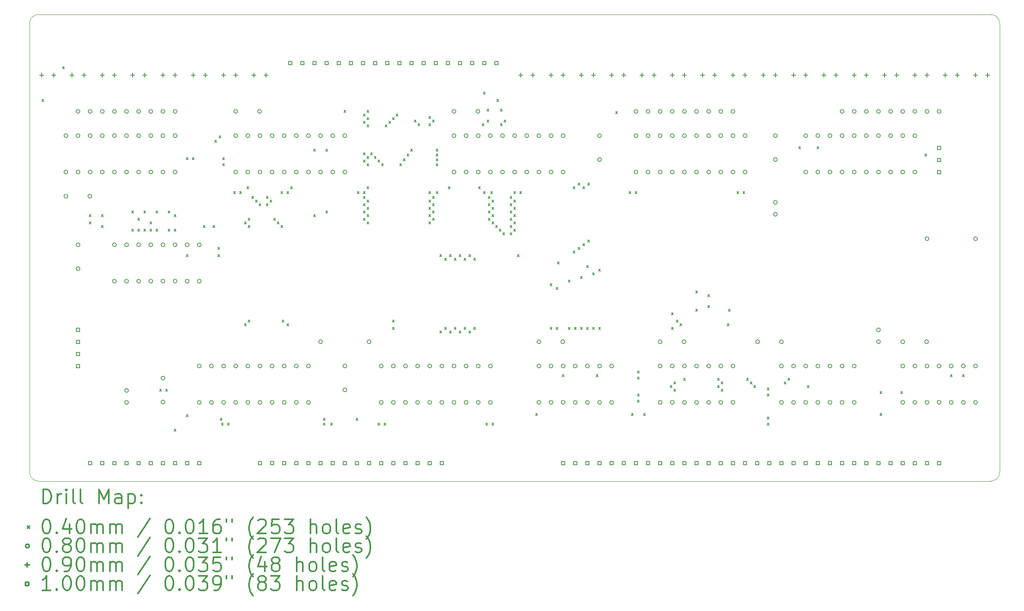
<source format=gbr>
%FSLAX45Y45*%
G04 Gerber Fmt 4.5, Leading zero omitted, Abs format (unit mm)*
G04 Created by KiCad (PCBNEW (5.1.5)-3) date 2022-12-08 21:26:32*
%MOMM*%
%LPD*%
G04 APERTURE LIST*
%TA.AperFunction,Profile*%
%ADD10C,0.050000*%
%TD*%
%ADD11C,0.200000*%
%ADD12C,0.300000*%
G04 APERTURE END LIST*
D10*
X5270500Y-15367000D02*
G75*
G02X5080000Y-15176500I0J190500D01*
G01*
X5080000Y-5778500D02*
G75*
G02X5270500Y-5588000I190500J0D01*
G01*
X25209500Y-5588000D02*
G75*
G02X25400000Y-5778500I0J-190500D01*
G01*
X25400000Y-15176500D02*
G75*
G02X25209500Y-15367000I-190500J0D01*
G01*
X25400000Y-5778500D02*
X25400000Y-15176500D01*
X5270500Y-5588000D02*
X25209500Y-5588000D01*
X5080000Y-15176500D02*
X5080000Y-5778500D01*
X25209500Y-15367000D02*
X5270500Y-15367000D01*
D11*
X5339400Y-7371400D02*
X5379400Y-7411400D01*
X5379400Y-7371400D02*
X5339400Y-7411400D01*
X5771200Y-6685600D02*
X5811200Y-6725600D01*
X5811200Y-6685600D02*
X5771200Y-6725600D01*
X6330000Y-9784400D02*
X6370000Y-9824400D01*
X6370000Y-9784400D02*
X6330000Y-9824400D01*
X6330000Y-9936800D02*
X6370000Y-9976800D01*
X6370000Y-9936800D02*
X6330000Y-9976800D01*
X6584000Y-9784400D02*
X6624000Y-9824400D01*
X6624000Y-9784400D02*
X6584000Y-9824400D01*
X6584000Y-10013000D02*
X6624000Y-10053000D01*
X6624000Y-10013000D02*
X6584000Y-10053000D01*
X7219000Y-9708200D02*
X7259000Y-9748200D01*
X7259000Y-9708200D02*
X7219000Y-9748200D01*
X7219000Y-10089200D02*
X7259000Y-10129200D01*
X7259000Y-10089200D02*
X7219000Y-10129200D01*
X7345999Y-9860600D02*
X7385999Y-9900600D01*
X7385999Y-9860600D02*
X7345999Y-9900600D01*
X7346000Y-10089200D02*
X7386000Y-10129200D01*
X7386000Y-10089200D02*
X7346000Y-10129200D01*
X7473000Y-9708200D02*
X7513000Y-9748200D01*
X7513000Y-9708200D02*
X7473000Y-9748200D01*
X7473000Y-10089200D02*
X7513000Y-10129200D01*
X7513000Y-10089200D02*
X7473000Y-10129200D01*
X7600000Y-9936800D02*
X7640000Y-9976800D01*
X7640000Y-9936800D02*
X7600000Y-9976800D01*
X7600000Y-10089200D02*
X7640000Y-10129200D01*
X7640000Y-10089200D02*
X7600000Y-10129200D01*
X7727000Y-9708200D02*
X7767000Y-9748200D01*
X7767000Y-9708200D02*
X7727000Y-9748200D01*
X7727000Y-10089200D02*
X7767000Y-10129200D01*
X7767000Y-10089200D02*
X7727000Y-10129200D01*
X7803200Y-13442000D02*
X7843200Y-13482000D01*
X7843200Y-13442000D02*
X7803200Y-13482000D01*
X7930200Y-13442000D02*
X7970200Y-13482000D01*
X7970200Y-13442000D02*
X7930200Y-13482000D01*
X7981000Y-9708200D02*
X8021000Y-9748200D01*
X8021000Y-9708200D02*
X7981000Y-9748200D01*
X7981000Y-10089200D02*
X8021000Y-10129200D01*
X8021000Y-10089200D02*
X7981000Y-10129200D01*
X8108000Y-9784400D02*
X8148000Y-9824400D01*
X8148000Y-9784400D02*
X8108000Y-9824400D01*
X8108000Y-10089200D02*
X8148000Y-10129200D01*
X8148000Y-10089200D02*
X8108000Y-10129200D01*
X8108000Y-14280200D02*
X8148000Y-14320200D01*
X8148000Y-14280200D02*
X8108000Y-14320200D01*
X8362000Y-8590600D02*
X8402000Y-8630600D01*
X8402000Y-8590600D02*
X8362000Y-8630600D01*
X8362000Y-10622600D02*
X8402000Y-10662600D01*
X8402000Y-10622600D02*
X8362000Y-10662600D01*
X8362000Y-13975400D02*
X8402000Y-14015400D01*
X8402000Y-13975400D02*
X8362000Y-14015400D01*
X8489000Y-8590600D02*
X8529000Y-8630600D01*
X8529000Y-8590600D02*
X8489000Y-8630600D01*
X8717600Y-10013000D02*
X8757600Y-10053000D01*
X8757600Y-10013000D02*
X8717600Y-10053000D01*
X8920800Y-10013000D02*
X8960800Y-10053000D01*
X8960800Y-10013000D02*
X8920800Y-10053000D01*
X8958900Y-8222300D02*
X8998900Y-8262300D01*
X8998900Y-8222300D02*
X8958900Y-8262300D01*
X9022400Y-10470200D02*
X9062400Y-10510200D01*
X9062400Y-10470200D02*
X9022400Y-10510200D01*
X9022401Y-10622600D02*
X9062401Y-10662600D01*
X9062401Y-10622600D02*
X9022401Y-10662600D01*
X9047800Y-8133400D02*
X9087800Y-8173400D01*
X9087800Y-8133400D02*
X9047800Y-8173400D01*
X9073200Y-14051600D02*
X9113200Y-14091600D01*
X9113200Y-14051600D02*
X9073200Y-14091600D01*
X9098600Y-14153200D02*
X9138600Y-14193200D01*
X9138600Y-14153200D02*
X9098600Y-14193200D01*
X9124000Y-8590600D02*
X9164000Y-8630600D01*
X9164000Y-8590600D02*
X9124000Y-8630600D01*
X9124000Y-8717600D02*
X9164000Y-8757600D01*
X9164000Y-8717600D02*
X9124000Y-8757600D01*
X9225600Y-14153200D02*
X9265600Y-14193200D01*
X9265600Y-14153200D02*
X9225600Y-14193200D01*
X9352600Y-9301800D02*
X9392600Y-9341800D01*
X9392600Y-9301800D02*
X9352600Y-9341800D01*
X9479600Y-9301800D02*
X9519600Y-9341800D01*
X9519600Y-9301800D02*
X9479600Y-9341800D01*
X9581200Y-9936800D02*
X9621200Y-9976800D01*
X9621200Y-9936800D02*
X9581200Y-9976800D01*
X9581200Y-12070400D02*
X9621200Y-12110400D01*
X9621200Y-12070400D02*
X9581200Y-12110400D01*
X9632000Y-9200200D02*
X9672000Y-9240200D01*
X9672000Y-9200200D02*
X9632000Y-9240200D01*
X9657400Y-9860600D02*
X9697400Y-9900600D01*
X9697400Y-9860600D02*
X9657400Y-9900600D01*
X9657400Y-10013000D02*
X9697400Y-10053000D01*
X9697400Y-10013000D02*
X9657400Y-10053000D01*
X9657400Y-11994200D02*
X9697400Y-12034200D01*
X9697400Y-11994200D02*
X9657400Y-12034200D01*
X9733600Y-9403400D02*
X9773600Y-9443400D01*
X9773600Y-9403400D02*
X9733600Y-9443400D01*
X9809800Y-9479600D02*
X9849800Y-9519600D01*
X9849800Y-9479600D02*
X9809800Y-9519600D01*
X9886000Y-9555800D02*
X9926000Y-9595800D01*
X9926000Y-9555800D02*
X9886000Y-9595800D01*
X10038400Y-9403400D02*
X10078400Y-9443400D01*
X10078400Y-9403400D02*
X10038400Y-9443400D01*
X10038400Y-9555800D02*
X10078400Y-9595800D01*
X10078400Y-9555800D02*
X10038400Y-9595800D01*
X10114600Y-9479600D02*
X10154600Y-9519600D01*
X10154600Y-9479600D02*
X10114600Y-9519600D01*
X10190800Y-9860600D02*
X10230800Y-9900600D01*
X10230800Y-9860600D02*
X10190800Y-9900600D01*
X10267000Y-9936800D02*
X10307000Y-9976800D01*
X10307000Y-9936800D02*
X10267000Y-9976800D01*
X10343200Y-9301800D02*
X10383200Y-9341800D01*
X10383200Y-9301800D02*
X10343200Y-9341800D01*
X10343200Y-10013000D02*
X10383200Y-10053000D01*
X10383200Y-10013000D02*
X10343200Y-10053000D01*
X10368602Y-11994200D02*
X10408602Y-12034200D01*
X10408602Y-11994200D02*
X10368602Y-12034200D01*
X10470200Y-9301800D02*
X10510200Y-9341800D01*
X10510200Y-9301800D02*
X10470200Y-9341800D01*
X10470200Y-12070400D02*
X10510200Y-12110400D01*
X10510200Y-12070400D02*
X10470200Y-12110400D01*
X10546400Y-9200200D02*
X10586400Y-9240200D01*
X10586400Y-9200200D02*
X10546400Y-9240200D01*
X11029000Y-8412800D02*
X11069000Y-8452800D01*
X11069000Y-8412800D02*
X11029000Y-8452800D01*
X11029000Y-9784400D02*
X11069000Y-9824400D01*
X11069000Y-9784400D02*
X11029000Y-9824400D01*
X11232200Y-14051600D02*
X11272200Y-14091600D01*
X11272200Y-14051600D02*
X11232200Y-14091600D01*
X11232200Y-14153200D02*
X11272200Y-14193200D01*
X11272200Y-14153200D02*
X11232200Y-14193200D01*
X11283000Y-8412800D02*
X11323000Y-8452800D01*
X11323000Y-8412800D02*
X11283000Y-8452800D01*
X11283000Y-9708200D02*
X11323000Y-9748200D01*
X11323000Y-9708200D02*
X11283000Y-9748200D01*
X11384600Y-14153200D02*
X11424600Y-14193200D01*
X11424600Y-14153200D02*
X11384600Y-14193200D01*
X11664000Y-7600000D02*
X11704000Y-7640000D01*
X11704000Y-7600000D02*
X11664000Y-7640000D01*
X11918000Y-14051600D02*
X11958000Y-14091600D01*
X11958000Y-14051600D02*
X11918000Y-14091600D01*
X11943400Y-9301800D02*
X11983400Y-9341800D01*
X11983400Y-9301800D02*
X11943400Y-9341800D01*
X12070400Y-7676200D02*
X12110400Y-7716200D01*
X12110400Y-7676200D02*
X12070400Y-7716200D01*
X12070400Y-7828600D02*
X12110400Y-7868600D01*
X12110400Y-7828600D02*
X12070400Y-7868600D01*
X12070400Y-8489000D02*
X12110400Y-8529000D01*
X12110400Y-8489000D02*
X12070400Y-8529000D01*
X12070400Y-8641400D02*
X12110400Y-8681400D01*
X12110400Y-8641400D02*
X12070400Y-8681400D01*
X12070400Y-9403400D02*
X12110400Y-9443400D01*
X12110400Y-9403400D02*
X12070400Y-9443400D01*
X12070400Y-9555800D02*
X12110400Y-9595800D01*
X12110400Y-9555800D02*
X12070400Y-9595800D01*
X12070400Y-9708200D02*
X12110400Y-9748200D01*
X12110400Y-9708200D02*
X12070400Y-9748200D01*
X12070400Y-9860600D02*
X12110400Y-9900600D01*
X12110400Y-9860600D02*
X12070400Y-9900600D01*
X12070401Y-9301800D02*
X12110401Y-9341800D01*
X12110401Y-9301800D02*
X12070401Y-9341800D01*
X12146600Y-7600000D02*
X12186600Y-7640000D01*
X12186600Y-7600000D02*
X12146600Y-7640000D01*
X12146600Y-7752400D02*
X12186600Y-7792400D01*
X12186600Y-7752400D02*
X12146600Y-7792400D01*
X12146600Y-7904800D02*
X12186600Y-7944800D01*
X12186600Y-7904800D02*
X12146600Y-7944800D01*
X12146600Y-8565200D02*
X12186600Y-8605200D01*
X12186600Y-8565200D02*
X12146600Y-8605200D01*
X12146600Y-8717600D02*
X12186600Y-8757600D01*
X12186600Y-8717600D02*
X12146600Y-8757600D01*
X12146600Y-9200200D02*
X12186600Y-9240200D01*
X12186600Y-9200200D02*
X12146600Y-9240200D01*
X12146600Y-9479600D02*
X12186600Y-9519600D01*
X12186600Y-9479600D02*
X12146600Y-9519600D01*
X12146600Y-9632000D02*
X12186600Y-9672000D01*
X12186600Y-9632000D02*
X12146600Y-9672000D01*
X12146600Y-9784400D02*
X12186600Y-9824400D01*
X12186600Y-9784400D02*
X12146600Y-9824400D01*
X12146600Y-9936800D02*
X12186600Y-9976800D01*
X12186600Y-9936800D02*
X12146600Y-9976800D01*
X12222800Y-8489000D02*
X12262800Y-8529000D01*
X12262800Y-8489000D02*
X12222800Y-8529000D01*
X12299000Y-8565200D02*
X12339000Y-8605200D01*
X12339000Y-8565200D02*
X12299000Y-8605200D01*
X12375200Y-8641400D02*
X12415200Y-8681400D01*
X12415200Y-8641400D02*
X12375200Y-8681400D01*
X12375200Y-14153200D02*
X12415200Y-14193200D01*
X12415200Y-14153200D02*
X12375200Y-14193200D01*
X12451400Y-8717600D02*
X12491400Y-8757600D01*
X12491400Y-8717600D02*
X12451400Y-8757600D01*
X12502200Y-14153200D02*
X12542200Y-14193200D01*
X12542200Y-14153200D02*
X12502200Y-14193200D01*
X12527600Y-7904800D02*
X12567600Y-7944800D01*
X12567600Y-7904800D02*
X12527600Y-7944800D01*
X12603800Y-7828600D02*
X12643800Y-7868600D01*
X12643800Y-7828600D02*
X12603800Y-7868600D01*
X12680000Y-7752400D02*
X12720000Y-7792400D01*
X12720000Y-7752400D02*
X12680000Y-7792400D01*
X12680000Y-11994200D02*
X12720000Y-12034200D01*
X12720000Y-11994200D02*
X12680000Y-12034200D01*
X12680000Y-12146600D02*
X12720000Y-12186600D01*
X12720000Y-12146600D02*
X12680000Y-12186600D01*
X12756200Y-7676200D02*
X12796200Y-7716200D01*
X12796200Y-7676200D02*
X12756200Y-7716200D01*
X12832400Y-8717600D02*
X12872400Y-8757600D01*
X12872400Y-8717600D02*
X12832400Y-8757600D01*
X12908600Y-8616000D02*
X12948600Y-8656000D01*
X12948600Y-8616000D02*
X12908600Y-8656000D01*
X12984800Y-8514402D02*
X13024800Y-8554402D01*
X13024800Y-8514402D02*
X12984800Y-8554402D01*
X13061000Y-8412800D02*
X13101000Y-8452800D01*
X13101000Y-8412800D02*
X13061000Y-8452800D01*
X13137200Y-7803200D02*
X13177200Y-7843200D01*
X13177200Y-7803200D02*
X13137200Y-7843200D01*
X13213400Y-7879400D02*
X13253400Y-7919400D01*
X13253400Y-7879400D02*
X13213400Y-7919400D01*
X13442000Y-7727000D02*
X13482000Y-7767000D01*
X13482000Y-7727000D02*
X13442000Y-7767000D01*
X13442000Y-7879400D02*
X13482000Y-7919400D01*
X13482000Y-7879400D02*
X13442000Y-7919400D01*
X13442000Y-9301800D02*
X13482000Y-9341800D01*
X13482000Y-9301800D02*
X13442000Y-9341800D01*
X13442000Y-9479600D02*
X13482000Y-9519600D01*
X13482000Y-9479600D02*
X13442000Y-9519600D01*
X13442000Y-9632000D02*
X13482000Y-9672000D01*
X13482000Y-9632000D02*
X13442000Y-9672000D01*
X13442000Y-9784400D02*
X13482000Y-9824400D01*
X13482000Y-9784400D02*
X13442000Y-9824400D01*
X13442000Y-9936800D02*
X13482000Y-9976800D01*
X13482000Y-9936800D02*
X13442000Y-9976800D01*
X13518200Y-7803200D02*
X13558200Y-7843200D01*
X13558200Y-7803200D02*
X13518200Y-7843200D01*
X13518200Y-9403400D02*
X13558200Y-9443400D01*
X13558200Y-9403400D02*
X13518200Y-9443400D01*
X13518200Y-9555800D02*
X13558200Y-9595800D01*
X13558200Y-9555800D02*
X13518200Y-9595800D01*
X13518200Y-9708200D02*
X13558200Y-9748200D01*
X13558200Y-9708200D02*
X13518200Y-9748200D01*
X13518200Y-9860600D02*
X13558200Y-9900600D01*
X13558200Y-9860600D02*
X13518200Y-9900600D01*
X13594399Y-8616000D02*
X13634399Y-8656000D01*
X13634399Y-8616000D02*
X13594399Y-8656000D01*
X13594400Y-8514400D02*
X13634400Y-8554400D01*
X13634400Y-8514400D02*
X13594400Y-8554400D01*
X13594400Y-8412800D02*
X13634400Y-8452800D01*
X13634400Y-8412800D02*
X13594400Y-8452800D01*
X13594400Y-8717600D02*
X13634400Y-8757600D01*
X13634400Y-8717600D02*
X13594400Y-8757600D01*
X13594401Y-9301800D02*
X13634401Y-9341800D01*
X13634401Y-9301800D02*
X13594401Y-9341800D01*
X13670600Y-10622600D02*
X13710600Y-10662600D01*
X13710600Y-10622600D02*
X13670600Y-10662600D01*
X13670600Y-12222800D02*
X13710600Y-12262800D01*
X13710600Y-12222800D02*
X13670600Y-12262800D01*
X13772200Y-10698800D02*
X13812200Y-10738800D01*
X13812200Y-10698800D02*
X13772200Y-10738800D01*
X13772200Y-12146600D02*
X13812200Y-12186600D01*
X13812200Y-12146600D02*
X13772200Y-12186600D01*
X13848400Y-9200200D02*
X13888400Y-9240200D01*
X13888400Y-9200200D02*
X13848400Y-9240200D01*
X13873799Y-10622600D02*
X13913799Y-10662600D01*
X13913799Y-10622600D02*
X13873799Y-10662600D01*
X13873801Y-12222800D02*
X13913801Y-12262800D01*
X13913801Y-12222800D02*
X13873801Y-12262800D01*
X13975400Y-12146600D02*
X14015400Y-12186600D01*
X14015400Y-12146600D02*
X13975400Y-12186600D01*
X13975401Y-10698800D02*
X14015401Y-10738800D01*
X14015401Y-10698800D02*
X13975401Y-10738800D01*
X14076999Y-10622600D02*
X14116999Y-10662600D01*
X14116999Y-10622600D02*
X14076999Y-10662600D01*
X14077000Y-12222800D02*
X14117000Y-12262800D01*
X14117000Y-12222800D02*
X14077000Y-12262800D01*
X14178600Y-10698800D02*
X14218600Y-10738800D01*
X14218600Y-10698800D02*
X14178600Y-10738800D01*
X14178600Y-12146600D02*
X14218600Y-12186600D01*
X14218600Y-12146600D02*
X14178600Y-12186600D01*
X14280199Y-10622600D02*
X14320199Y-10662600D01*
X14320199Y-10622600D02*
X14280199Y-10662600D01*
X14280200Y-12222800D02*
X14320200Y-12262800D01*
X14320200Y-12222800D02*
X14280200Y-12262800D01*
X14381800Y-10698800D02*
X14421800Y-10738800D01*
X14421800Y-10698800D02*
X14381800Y-10738800D01*
X14381800Y-12146600D02*
X14421800Y-12186600D01*
X14421800Y-12146600D02*
X14381800Y-12186600D01*
X14483400Y-9200200D02*
X14523400Y-9240200D01*
X14523400Y-9200200D02*
X14483400Y-9240200D01*
X14559596Y-7879400D02*
X14599596Y-7919400D01*
X14599596Y-7879400D02*
X14559596Y-7919400D01*
X14585000Y-7219001D02*
X14625000Y-7259001D01*
X14625000Y-7219001D02*
X14585000Y-7259001D01*
X14585000Y-9301800D02*
X14625000Y-9341800D01*
X14625000Y-9301800D02*
X14585000Y-9341800D01*
X14635800Y-14153200D02*
X14675800Y-14193200D01*
X14675800Y-14153200D02*
X14635800Y-14193200D01*
X14661200Y-7574600D02*
X14701200Y-7614600D01*
X14701200Y-7574600D02*
X14661200Y-7614600D01*
X14661200Y-7803200D02*
X14701200Y-7843200D01*
X14701200Y-7803200D02*
X14661200Y-7843200D01*
X14686600Y-9403400D02*
X14726600Y-9443400D01*
X14726600Y-9403400D02*
X14686600Y-9443400D01*
X14686600Y-9555800D02*
X14726600Y-9595800D01*
X14726600Y-9555800D02*
X14686600Y-9595800D01*
X14686600Y-9708200D02*
X14726600Y-9748200D01*
X14726600Y-9708200D02*
X14686600Y-9748200D01*
X14686600Y-9860600D02*
X14726600Y-9900600D01*
X14726600Y-9860600D02*
X14686600Y-9900600D01*
X14737400Y-9301800D02*
X14777400Y-9341800D01*
X14777400Y-9301800D02*
X14737400Y-9341800D01*
X14762800Y-9479600D02*
X14802800Y-9519600D01*
X14802800Y-9479600D02*
X14762800Y-9519600D01*
X14762800Y-9632000D02*
X14802800Y-9672000D01*
X14802800Y-9632000D02*
X14762800Y-9672000D01*
X14762800Y-9784400D02*
X14802800Y-9824400D01*
X14802800Y-9784400D02*
X14762800Y-9824400D01*
X14762800Y-9936800D02*
X14802800Y-9976800D01*
X14802800Y-9936800D02*
X14762800Y-9976800D01*
X14762800Y-14153200D02*
X14802800Y-14193200D01*
X14802800Y-14153200D02*
X14762800Y-14193200D01*
X14839000Y-10013000D02*
X14879000Y-10053000D01*
X14879000Y-10013000D02*
X14839000Y-10053000D01*
X14864400Y-7371400D02*
X14904400Y-7411400D01*
X14904400Y-7371400D02*
X14864400Y-7411400D01*
X14915200Y-10089200D02*
X14955200Y-10129200D01*
X14955200Y-10089200D02*
X14915200Y-10129200D01*
X14940600Y-7574600D02*
X14980600Y-7614600D01*
X14980600Y-7574600D02*
X14940600Y-7614600D01*
X14940600Y-7879400D02*
X14980600Y-7919400D01*
X14980600Y-7879400D02*
X14940600Y-7919400D01*
X14991400Y-10165400D02*
X15031400Y-10205400D01*
X15031400Y-10165400D02*
X14991400Y-10205400D01*
X15016800Y-7803200D02*
X15056800Y-7843200D01*
X15056800Y-7803200D02*
X15016800Y-7843200D01*
X15143800Y-9403400D02*
X15183800Y-9443400D01*
X15183800Y-9403400D02*
X15143800Y-9443400D01*
X15143800Y-9555800D02*
X15183800Y-9595800D01*
X15183800Y-9555800D02*
X15143800Y-9595800D01*
X15143800Y-9708200D02*
X15183800Y-9748200D01*
X15183800Y-9708200D02*
X15143800Y-9748200D01*
X15143800Y-9860600D02*
X15183800Y-9900600D01*
X15183800Y-9860600D02*
X15143800Y-9900600D01*
X15143800Y-10013000D02*
X15183800Y-10053000D01*
X15183800Y-10013000D02*
X15143800Y-10053000D01*
X15143800Y-10165400D02*
X15183800Y-10205400D01*
X15183800Y-10165400D02*
X15143800Y-10205400D01*
X15220000Y-9301800D02*
X15260000Y-9341800D01*
X15260000Y-9301800D02*
X15220000Y-9341800D01*
X15220000Y-9479600D02*
X15260000Y-9519600D01*
X15260000Y-9479600D02*
X15220000Y-9519600D01*
X15220000Y-9632000D02*
X15260000Y-9672000D01*
X15260000Y-9632000D02*
X15220000Y-9672000D01*
X15220000Y-9784400D02*
X15260000Y-9824400D01*
X15260000Y-9784400D02*
X15220000Y-9824400D01*
X15220000Y-9936800D02*
X15260000Y-9976800D01*
X15260000Y-9936800D02*
X15220000Y-9976800D01*
X15220000Y-10089200D02*
X15260000Y-10129200D01*
X15260000Y-10089200D02*
X15220000Y-10129200D01*
X15296200Y-10622600D02*
X15336200Y-10662600D01*
X15336200Y-10622600D02*
X15296200Y-10662600D01*
X15347000Y-9301800D02*
X15387000Y-9341800D01*
X15387000Y-9301800D02*
X15347000Y-9341800D01*
X15677199Y-13950000D02*
X15717199Y-13990000D01*
X15717199Y-13950000D02*
X15677199Y-13990000D01*
X15981999Y-12146600D02*
X16021999Y-12186600D01*
X16021999Y-12146600D02*
X15981999Y-12186600D01*
X15982000Y-11232200D02*
X16022000Y-11272200D01*
X16022000Y-11232200D02*
X15982000Y-11272200D01*
X16109000Y-11308400D02*
X16149000Y-11348400D01*
X16149000Y-11308400D02*
X16109000Y-11348400D01*
X16109000Y-12146599D02*
X16149000Y-12186599D01*
X16149000Y-12146599D02*
X16109000Y-12186599D01*
X16134399Y-10775000D02*
X16174399Y-10815000D01*
X16174399Y-10775000D02*
X16134399Y-10815000D01*
X16236000Y-13137201D02*
X16276000Y-13177201D01*
X16276000Y-13137201D02*
X16236000Y-13177201D01*
X16363000Y-11156000D02*
X16403000Y-11196000D01*
X16403000Y-11156000D02*
X16363000Y-11196000D01*
X16363000Y-12146600D02*
X16403000Y-12186600D01*
X16403000Y-12146600D02*
X16363000Y-12186600D01*
X16464600Y-9200200D02*
X16504600Y-9240200D01*
X16504600Y-9200200D02*
X16464600Y-9240200D01*
X16464600Y-10546400D02*
X16504600Y-10586400D01*
X16504600Y-10546400D02*
X16464600Y-10586400D01*
X16489999Y-12146600D02*
X16529999Y-12186600D01*
X16529999Y-12146600D02*
X16489999Y-12186600D01*
X16566200Y-9124000D02*
X16606200Y-9164000D01*
X16606200Y-9124000D02*
X16566200Y-9164000D01*
X16566200Y-10470200D02*
X16606200Y-10510200D01*
X16606200Y-10470200D02*
X16566200Y-10510200D01*
X16617000Y-11079800D02*
X16657000Y-11119800D01*
X16657000Y-11079800D02*
X16617000Y-11119800D01*
X16617000Y-12146600D02*
X16657000Y-12186600D01*
X16657000Y-12146600D02*
X16617000Y-12186600D01*
X16667800Y-9200200D02*
X16707800Y-9240200D01*
X16707800Y-9200200D02*
X16667800Y-9240200D01*
X16667800Y-10394000D02*
X16707800Y-10434000D01*
X16707800Y-10394000D02*
X16667800Y-10434000D01*
X16744000Y-10851200D02*
X16784000Y-10891200D01*
X16784000Y-10851200D02*
X16744000Y-10891200D01*
X16744000Y-12146600D02*
X16784000Y-12186600D01*
X16784000Y-12146600D02*
X16744000Y-12186600D01*
X16769400Y-9124000D02*
X16809400Y-9164000D01*
X16809400Y-9124000D02*
X16769400Y-9164000D01*
X16769400Y-10317800D02*
X16809400Y-10357800D01*
X16809400Y-10317800D02*
X16769400Y-10357800D01*
X16871000Y-11003600D02*
X16911000Y-11043600D01*
X16911000Y-11003600D02*
X16871000Y-11043600D01*
X16871000Y-12146600D02*
X16911000Y-12186600D01*
X16911000Y-12146600D02*
X16871000Y-12186600D01*
X16947200Y-13137200D02*
X16987200Y-13177200D01*
X16987200Y-13137200D02*
X16947200Y-13177200D01*
X16998000Y-10927400D02*
X17038000Y-10967400D01*
X17038000Y-10927400D02*
X16998000Y-10967400D01*
X16998000Y-12146600D02*
X17038000Y-12186600D01*
X17038000Y-12146600D02*
X16998000Y-12186600D01*
X17353600Y-7625400D02*
X17393600Y-7665400D01*
X17393600Y-7625400D02*
X17353600Y-7665400D01*
X17633000Y-9301800D02*
X17673000Y-9341800D01*
X17673000Y-9301800D02*
X17633000Y-9341800D01*
X17683800Y-13950000D02*
X17723800Y-13990000D01*
X17723800Y-13950000D02*
X17683800Y-13990000D01*
X17759999Y-9301800D02*
X17799999Y-9341800D01*
X17799999Y-9301800D02*
X17759999Y-9341800D01*
X17810800Y-13061000D02*
X17850800Y-13101000D01*
X17850800Y-13061000D02*
X17810800Y-13101000D01*
X17810800Y-13188000D02*
X17850800Y-13228000D01*
X17850800Y-13188000D02*
X17810800Y-13228000D01*
X17810800Y-13543600D02*
X17850800Y-13583600D01*
X17850800Y-13543600D02*
X17810800Y-13583600D01*
X17810800Y-13670600D02*
X17850800Y-13710600D01*
X17850800Y-13670600D02*
X17810800Y-13710600D01*
X17937800Y-13950000D02*
X17977800Y-13990000D01*
X17977800Y-13950000D02*
X17937800Y-13990000D01*
X18496600Y-13365800D02*
X18536600Y-13405800D01*
X18536600Y-13365800D02*
X18496600Y-13405800D01*
X18522000Y-11841800D02*
X18562000Y-11881800D01*
X18562000Y-11841800D02*
X18522000Y-11881800D01*
X18522000Y-12146600D02*
X18562000Y-12186600D01*
X18562000Y-12146600D02*
X18522000Y-12186600D01*
X18572800Y-13289600D02*
X18612800Y-13329600D01*
X18612800Y-13289600D02*
X18572800Y-13329600D01*
X18572800Y-13442000D02*
X18612800Y-13482000D01*
X18612800Y-13442000D02*
X18572800Y-13482000D01*
X18623600Y-11994200D02*
X18663600Y-12034200D01*
X18663600Y-11994200D02*
X18623600Y-12034200D01*
X18699800Y-12070400D02*
X18739800Y-12110400D01*
X18739800Y-12070400D02*
X18699800Y-12110400D01*
X18776000Y-13213400D02*
X18816000Y-13253400D01*
X18816000Y-13213400D02*
X18776000Y-13253400D01*
X19030000Y-11384600D02*
X19070000Y-11424600D01*
X19070000Y-11384600D02*
X19030000Y-11424600D01*
X19030000Y-11765600D02*
X19070000Y-11805600D01*
X19070000Y-11765600D02*
X19030000Y-11805600D01*
X19284000Y-11460800D02*
X19324000Y-11500800D01*
X19324000Y-11460800D02*
X19284000Y-11500800D01*
X19284000Y-11689403D02*
X19324000Y-11729403D01*
X19324000Y-11689403D02*
X19284000Y-11729403D01*
X19487200Y-13213400D02*
X19527200Y-13253400D01*
X19527200Y-13213400D02*
X19487200Y-13253400D01*
X19487200Y-13365800D02*
X19527200Y-13405800D01*
X19527200Y-13365800D02*
X19487200Y-13405800D01*
X19563400Y-13289600D02*
X19603400Y-13329600D01*
X19603400Y-13289600D02*
X19563400Y-13329600D01*
X19563400Y-13442001D02*
X19603400Y-13482001D01*
X19603400Y-13442001D02*
X19563400Y-13482001D01*
X19690400Y-12070400D02*
X19730400Y-12110400D01*
X19730400Y-12070400D02*
X19690400Y-12110400D01*
X19715800Y-11765600D02*
X19755800Y-11805600D01*
X19755800Y-11765600D02*
X19715800Y-11805600D01*
X19893600Y-9301800D02*
X19933600Y-9341800D01*
X19933600Y-9301800D02*
X19893600Y-9341800D01*
X20020600Y-9301800D02*
X20060600Y-9341800D01*
X20060600Y-9301800D02*
X20020600Y-9341800D01*
X20096800Y-13213400D02*
X20136800Y-13253400D01*
X20136800Y-13213400D02*
X20096800Y-13253400D01*
X20173000Y-13289600D02*
X20213000Y-13329600D01*
X20213000Y-13289600D02*
X20173000Y-13329600D01*
X20249200Y-13365800D02*
X20289200Y-13405800D01*
X20289200Y-13365800D02*
X20249200Y-13405800D01*
X20528600Y-13416600D02*
X20568600Y-13456600D01*
X20568600Y-13416600D02*
X20528600Y-13456600D01*
X20528600Y-13543600D02*
X20568600Y-13583600D01*
X20568600Y-13543600D02*
X20528600Y-13583600D01*
X20528600Y-14026198D02*
X20568600Y-14066198D01*
X20568600Y-14026198D02*
X20528600Y-14066198D01*
X20528600Y-14153200D02*
X20568600Y-14193200D01*
X20568600Y-14153200D02*
X20528600Y-14193200D01*
X20884200Y-13289600D02*
X20924200Y-13329600D01*
X20924200Y-13289600D02*
X20884200Y-13329600D01*
X20960400Y-13213400D02*
X21000400Y-13253400D01*
X21000400Y-13213400D02*
X20960400Y-13253400D01*
X21189000Y-8362000D02*
X21229000Y-8402000D01*
X21229000Y-8362000D02*
X21189000Y-8402000D01*
X21366800Y-13365800D02*
X21406800Y-13405800D01*
X21406800Y-13365800D02*
X21366800Y-13405800D01*
X21570000Y-8362000D02*
X21610000Y-8402000D01*
X21610000Y-8362000D02*
X21570000Y-8402000D01*
X22890800Y-13492800D02*
X22930800Y-13532800D01*
X22930800Y-13492800D02*
X22890800Y-13532800D01*
X22890800Y-13950000D02*
X22930800Y-13990000D01*
X22930800Y-13950000D02*
X22890800Y-13990000D01*
X23322600Y-13492799D02*
X23362600Y-13532799D01*
X23362600Y-13492799D02*
X23322600Y-13532799D01*
X23830600Y-8514400D02*
X23870600Y-8554400D01*
X23870600Y-8514400D02*
X23830600Y-8554400D01*
X24364000Y-13137200D02*
X24404000Y-13177200D01*
X24404000Y-13137200D02*
X24364000Y-13177200D01*
X24618000Y-13137200D02*
X24658000Y-13177200D01*
X24658000Y-13137200D02*
X24618000Y-13177200D01*
X17058000Y-8128000D02*
G75*
G03X17058000Y-8128000I-40000J0D01*
G01*
X17058000Y-8628000D02*
G75*
G03X17058000Y-8628000I-40000J0D01*
G01*
X15788000Y-12446000D02*
G75*
G03X15788000Y-12446000I-40000J0D01*
G01*
X16288000Y-12446000D02*
G75*
G03X16288000Y-12446000I-40000J0D01*
G01*
X6898000Y-10414000D02*
G75*
G03X6898000Y-10414000I-40000J0D01*
G01*
X6898000Y-11176000D02*
G75*
G03X6898000Y-11176000I-40000J0D01*
G01*
X7152000Y-10414000D02*
G75*
G03X7152000Y-10414000I-40000J0D01*
G01*
X7152000Y-11176000D02*
G75*
G03X7152000Y-11176000I-40000J0D01*
G01*
X7406000Y-10414000D02*
G75*
G03X7406000Y-10414000I-40000J0D01*
G01*
X7406000Y-11176000D02*
G75*
G03X7406000Y-11176000I-40000J0D01*
G01*
X7660000Y-10414000D02*
G75*
G03X7660000Y-10414000I-40000J0D01*
G01*
X7660000Y-11176000D02*
G75*
G03X7660000Y-11176000I-40000J0D01*
G01*
X7914000Y-10414000D02*
G75*
G03X7914000Y-10414000I-40000J0D01*
G01*
X7914000Y-11176000D02*
G75*
G03X7914000Y-11176000I-40000J0D01*
G01*
X8168000Y-10414000D02*
G75*
G03X8168000Y-10414000I-40000J0D01*
G01*
X8168000Y-11176000D02*
G75*
G03X8168000Y-11176000I-40000J0D01*
G01*
X8422000Y-10414000D02*
G75*
G03X8422000Y-10414000I-40000J0D01*
G01*
X8422000Y-11176000D02*
G75*
G03X8422000Y-11176000I-40000J0D01*
G01*
X8676000Y-10414000D02*
G75*
G03X8676000Y-10414000I-40000J0D01*
G01*
X8676000Y-11176000D02*
G75*
G03X8676000Y-11176000I-40000J0D01*
G01*
X17820000Y-8128000D02*
G75*
G03X17820000Y-8128000I-40000J0D01*
G01*
X17820000Y-8890000D02*
G75*
G03X17820000Y-8890000I-40000J0D01*
G01*
X18074000Y-8128000D02*
G75*
G03X18074000Y-8128000I-40000J0D01*
G01*
X18074000Y-8890000D02*
G75*
G03X18074000Y-8890000I-40000J0D01*
G01*
X18328000Y-8128000D02*
G75*
G03X18328000Y-8128000I-40000J0D01*
G01*
X18328000Y-8890000D02*
G75*
G03X18328000Y-8890000I-40000J0D01*
G01*
X18582000Y-8128000D02*
G75*
G03X18582000Y-8128000I-40000J0D01*
G01*
X18582000Y-8890000D02*
G75*
G03X18582000Y-8890000I-40000J0D01*
G01*
X18836000Y-8128000D02*
G75*
G03X18836000Y-8128000I-40000J0D01*
G01*
X18836000Y-8890000D02*
G75*
G03X18836000Y-8890000I-40000J0D01*
G01*
X19090000Y-8128000D02*
G75*
G03X19090000Y-8128000I-40000J0D01*
G01*
X19090000Y-8890000D02*
G75*
G03X19090000Y-8890000I-40000J0D01*
G01*
X19344000Y-8128000D02*
G75*
G03X19344000Y-8128000I-40000J0D01*
G01*
X19344000Y-8890000D02*
G75*
G03X19344000Y-8890000I-40000J0D01*
G01*
X19598000Y-8128000D02*
G75*
G03X19598000Y-8128000I-40000J0D01*
G01*
X19598000Y-8890000D02*
G75*
G03X19598000Y-8890000I-40000J0D01*
G01*
X19852000Y-8128000D02*
G75*
G03X19852000Y-8128000I-40000J0D01*
G01*
X19852000Y-8890000D02*
G75*
G03X19852000Y-8890000I-40000J0D01*
G01*
X20106000Y-8128000D02*
G75*
G03X20106000Y-8128000I-40000J0D01*
G01*
X20106000Y-8890000D02*
G75*
G03X20106000Y-8890000I-40000J0D01*
G01*
X20741000Y-9525000D02*
G75*
G03X20741000Y-9525000I-40000J0D01*
G01*
X20741000Y-9775000D02*
G75*
G03X20741000Y-9775000I-40000J0D01*
G01*
X7914000Y-13208000D02*
G75*
G03X7914000Y-13208000I-40000J0D01*
G01*
X7914000Y-13708000D02*
G75*
G03X7914000Y-13708000I-40000J0D01*
G01*
X20368000Y-12446000D02*
G75*
G03X20368000Y-12446000I-40000J0D01*
G01*
X20868000Y-12446000D02*
G75*
G03X20868000Y-12446000I-40000J0D01*
G01*
X5882000Y-8128000D02*
G75*
G03X5882000Y-8128000I-40000J0D01*
G01*
X5882000Y-8890000D02*
G75*
G03X5882000Y-8890000I-40000J0D01*
G01*
X6136000Y-8128000D02*
G75*
G03X6136000Y-8128000I-40000J0D01*
G01*
X6136000Y-8890000D02*
G75*
G03X6136000Y-8890000I-40000J0D01*
G01*
X6390000Y-8128000D02*
G75*
G03X6390000Y-8128000I-40000J0D01*
G01*
X6390000Y-8890000D02*
G75*
G03X6390000Y-8890000I-40000J0D01*
G01*
X6644000Y-8128000D02*
G75*
G03X6644000Y-8128000I-40000J0D01*
G01*
X6644000Y-8890000D02*
G75*
G03X6644000Y-8890000I-40000J0D01*
G01*
X6898000Y-8128000D02*
G75*
G03X6898000Y-8128000I-40000J0D01*
G01*
X6898000Y-8890000D02*
G75*
G03X6898000Y-8890000I-40000J0D01*
G01*
X7152000Y-8128000D02*
G75*
G03X7152000Y-8128000I-40000J0D01*
G01*
X7152000Y-8890000D02*
G75*
G03X7152000Y-8890000I-40000J0D01*
G01*
X7406000Y-8128000D02*
G75*
G03X7406000Y-8128000I-40000J0D01*
G01*
X7406000Y-8890000D02*
G75*
G03X7406000Y-8890000I-40000J0D01*
G01*
X7660000Y-8128000D02*
G75*
G03X7660000Y-8128000I-40000J0D01*
G01*
X7660000Y-8890000D02*
G75*
G03X7660000Y-8890000I-40000J0D01*
G01*
X7914000Y-8128000D02*
G75*
G03X7914000Y-8128000I-40000J0D01*
G01*
X7914000Y-8890000D02*
G75*
G03X7914000Y-8890000I-40000J0D01*
G01*
X8168000Y-8128000D02*
G75*
G03X8168000Y-8128000I-40000J0D01*
G01*
X8168000Y-8890000D02*
G75*
G03X8168000Y-8890000I-40000J0D01*
G01*
X17820000Y-7620000D02*
G75*
G03X17820000Y-7620000I-40000J0D01*
G01*
X18074000Y-7620000D02*
G75*
G03X18074000Y-7620000I-40000J0D01*
G01*
X18328000Y-7620000D02*
G75*
G03X18328000Y-7620000I-40000J0D01*
G01*
X18582000Y-7620000D02*
G75*
G03X18582000Y-7620000I-40000J0D01*
G01*
X18836000Y-7620000D02*
G75*
G03X18836000Y-7620000I-40000J0D01*
G01*
X19090000Y-7620000D02*
G75*
G03X19090000Y-7620000I-40000J0D01*
G01*
X19344000Y-7620000D02*
G75*
G03X19344000Y-7620000I-40000J0D01*
G01*
X19598000Y-7620000D02*
G75*
G03X19598000Y-7620000I-40000J0D01*
G01*
X19852000Y-7620000D02*
G75*
G03X19852000Y-7620000I-40000J0D01*
G01*
X20741000Y-8128000D02*
G75*
G03X20741000Y-8128000I-40000J0D01*
G01*
X20741000Y-8628000D02*
G75*
G03X20741000Y-8628000I-40000J0D01*
G01*
X22138000Y-7620000D02*
G75*
G03X22138000Y-7620000I-40000J0D01*
G01*
X22392000Y-7620000D02*
G75*
G03X22392000Y-7620000I-40000J0D01*
G01*
X22646000Y-7620000D02*
G75*
G03X22646000Y-7620000I-40000J0D01*
G01*
X22900000Y-7620000D02*
G75*
G03X22900000Y-7620000I-40000J0D01*
G01*
X23154000Y-7620000D02*
G75*
G03X23154000Y-7620000I-40000J0D01*
G01*
X23408000Y-7620000D02*
G75*
G03X23408000Y-7620000I-40000J0D01*
G01*
X23662000Y-7620000D02*
G75*
G03X23662000Y-7620000I-40000J0D01*
G01*
X23916000Y-7620000D02*
G75*
G03X23916000Y-7620000I-40000J0D01*
G01*
X24170000Y-7620000D02*
G75*
G03X24170000Y-7620000I-40000J0D01*
G01*
X22900000Y-12196000D02*
G75*
G03X22900000Y-12196000I-40000J0D01*
G01*
X22900000Y-12446000D02*
G75*
G03X22900000Y-12446000I-40000J0D01*
G01*
X23408000Y-12954000D02*
G75*
G03X23408000Y-12954000I-40000J0D01*
G01*
X23408000Y-13716000D02*
G75*
G03X23408000Y-13716000I-40000J0D01*
G01*
X23662000Y-12954000D02*
G75*
G03X23662000Y-12954000I-40000J0D01*
G01*
X23662000Y-13716000D02*
G75*
G03X23662000Y-13716000I-40000J0D01*
G01*
X23916000Y-12954000D02*
G75*
G03X23916000Y-12954000I-40000J0D01*
G01*
X23916000Y-13716000D02*
G75*
G03X23916000Y-13716000I-40000J0D01*
G01*
X24170000Y-12954000D02*
G75*
G03X24170000Y-12954000I-40000J0D01*
G01*
X24170000Y-13716000D02*
G75*
G03X24170000Y-13716000I-40000J0D01*
G01*
X24424000Y-12954000D02*
G75*
G03X24424000Y-12954000I-40000J0D01*
G01*
X24424000Y-13716000D02*
G75*
G03X24424000Y-13716000I-40000J0D01*
G01*
X24678000Y-12954000D02*
G75*
G03X24678000Y-12954000I-40000J0D01*
G01*
X24678000Y-13716000D02*
G75*
G03X24678000Y-13716000I-40000J0D01*
G01*
X24932000Y-12954000D02*
G75*
G03X24932000Y-12954000I-40000J0D01*
G01*
X24932000Y-13716000D02*
G75*
G03X24932000Y-13716000I-40000J0D01*
G01*
X14010000Y-7620000D02*
G75*
G03X14010000Y-7620000I-40000J0D01*
G01*
X14510000Y-7620000D02*
G75*
G03X14510000Y-7620000I-40000J0D01*
G01*
X6136000Y-10414000D02*
G75*
G03X6136000Y-10414000I-40000J0D01*
G01*
X6136000Y-10914000D02*
G75*
G03X6136000Y-10914000I-40000J0D01*
G01*
X12486000Y-12954000D02*
G75*
G03X12486000Y-12954000I-40000J0D01*
G01*
X12486000Y-13716000D02*
G75*
G03X12486000Y-13716000I-40000J0D01*
G01*
X12740000Y-12954000D02*
G75*
G03X12740000Y-12954000I-40000J0D01*
G01*
X12740000Y-13716000D02*
G75*
G03X12740000Y-13716000I-40000J0D01*
G01*
X12994000Y-12954000D02*
G75*
G03X12994000Y-12954000I-40000J0D01*
G01*
X12994000Y-13716000D02*
G75*
G03X12994000Y-13716000I-40000J0D01*
G01*
X13248000Y-12954000D02*
G75*
G03X13248000Y-12954000I-40000J0D01*
G01*
X13248000Y-13716000D02*
G75*
G03X13248000Y-13716000I-40000J0D01*
G01*
X13502000Y-12954000D02*
G75*
G03X13502000Y-12954000I-40000J0D01*
G01*
X13502000Y-13716000D02*
G75*
G03X13502000Y-13716000I-40000J0D01*
G01*
X13756000Y-12954000D02*
G75*
G03X13756000Y-12954000I-40000J0D01*
G01*
X13756000Y-13716000D02*
G75*
G03X13756000Y-13716000I-40000J0D01*
G01*
X14010000Y-12954000D02*
G75*
G03X14010000Y-12954000I-40000J0D01*
G01*
X14010000Y-13716000D02*
G75*
G03X14010000Y-13716000I-40000J0D01*
G01*
X14264000Y-12954000D02*
G75*
G03X14264000Y-12954000I-40000J0D01*
G01*
X14264000Y-13716000D02*
G75*
G03X14264000Y-13716000I-40000J0D01*
G01*
X14518000Y-12954000D02*
G75*
G03X14518000Y-12954000I-40000J0D01*
G01*
X14518000Y-13716000D02*
G75*
G03X14518000Y-13716000I-40000J0D01*
G01*
X14772000Y-12954000D02*
G75*
G03X14772000Y-12954000I-40000J0D01*
G01*
X14772000Y-13716000D02*
G75*
G03X14772000Y-13716000I-40000J0D01*
G01*
X20868000Y-12954000D02*
G75*
G03X20868000Y-12954000I-40000J0D01*
G01*
X20868000Y-13716000D02*
G75*
G03X20868000Y-13716000I-40000J0D01*
G01*
X21122000Y-12954000D02*
G75*
G03X21122000Y-12954000I-40000J0D01*
G01*
X21122000Y-13716000D02*
G75*
G03X21122000Y-13716000I-40000J0D01*
G01*
X21376000Y-12954000D02*
G75*
G03X21376000Y-12954000I-40000J0D01*
G01*
X21376000Y-13716000D02*
G75*
G03X21376000Y-13716000I-40000J0D01*
G01*
X21630000Y-12954000D02*
G75*
G03X21630000Y-12954000I-40000J0D01*
G01*
X21630000Y-13716000D02*
G75*
G03X21630000Y-13716000I-40000J0D01*
G01*
X21884000Y-12954000D02*
G75*
G03X21884000Y-12954000I-40000J0D01*
G01*
X21884000Y-13716000D02*
G75*
G03X21884000Y-13716000I-40000J0D01*
G01*
X22138000Y-12954000D02*
G75*
G03X22138000Y-12954000I-40000J0D01*
G01*
X22138000Y-13716000D02*
G75*
G03X22138000Y-13716000I-40000J0D01*
G01*
X22392000Y-12954000D02*
G75*
G03X22392000Y-12954000I-40000J0D01*
G01*
X22392000Y-13716000D02*
G75*
G03X22392000Y-13716000I-40000J0D01*
G01*
X11724000Y-12954000D02*
G75*
G03X11724000Y-12954000I-40000J0D01*
G01*
X11724000Y-13454000D02*
G75*
G03X11724000Y-13454000I-40000J0D01*
G01*
X9438000Y-7620000D02*
G75*
G03X9438000Y-7620000I-40000J0D01*
G01*
X9938000Y-7620000D02*
G75*
G03X9938000Y-7620000I-40000J0D01*
G01*
X23408000Y-12446000D02*
G75*
G03X23408000Y-12446000I-40000J0D01*
G01*
X23908000Y-12446000D02*
G75*
G03X23908000Y-12446000I-40000J0D01*
G01*
X7152000Y-13466000D02*
G75*
G03X7152000Y-13466000I-40000J0D01*
G01*
X7152000Y-13716000D02*
G75*
G03X7152000Y-13716000I-40000J0D01*
G01*
X9438000Y-8128000D02*
G75*
G03X9438000Y-8128000I-40000J0D01*
G01*
X9438000Y-8890000D02*
G75*
G03X9438000Y-8890000I-40000J0D01*
G01*
X9692000Y-8128000D02*
G75*
G03X9692000Y-8128000I-40000J0D01*
G01*
X9692000Y-8890000D02*
G75*
G03X9692000Y-8890000I-40000J0D01*
G01*
X9946000Y-8128000D02*
G75*
G03X9946000Y-8128000I-40000J0D01*
G01*
X9946000Y-8890000D02*
G75*
G03X9946000Y-8890000I-40000J0D01*
G01*
X10200000Y-8128000D02*
G75*
G03X10200000Y-8128000I-40000J0D01*
G01*
X10200000Y-8890000D02*
G75*
G03X10200000Y-8890000I-40000J0D01*
G01*
X10454000Y-8128000D02*
G75*
G03X10454000Y-8128000I-40000J0D01*
G01*
X10454000Y-8890000D02*
G75*
G03X10454000Y-8890000I-40000J0D01*
G01*
X10708000Y-8128000D02*
G75*
G03X10708000Y-8128000I-40000J0D01*
G01*
X10708000Y-8890000D02*
G75*
G03X10708000Y-8890000I-40000J0D01*
G01*
X10962000Y-8128000D02*
G75*
G03X10962000Y-8128000I-40000J0D01*
G01*
X10962000Y-8890000D02*
G75*
G03X10962000Y-8890000I-40000J0D01*
G01*
X11216000Y-8128000D02*
G75*
G03X11216000Y-8128000I-40000J0D01*
G01*
X11216000Y-8890000D02*
G75*
G03X11216000Y-8890000I-40000J0D01*
G01*
X11470000Y-8128000D02*
G75*
G03X11470000Y-8128000I-40000J0D01*
G01*
X11470000Y-8890000D02*
G75*
G03X11470000Y-8890000I-40000J0D01*
G01*
X11724000Y-8128000D02*
G75*
G03X11724000Y-8128000I-40000J0D01*
G01*
X11724000Y-8890000D02*
G75*
G03X11724000Y-8890000I-40000J0D01*
G01*
X14010000Y-8128000D02*
G75*
G03X14010000Y-8128000I-40000J0D01*
G01*
X14010000Y-8890000D02*
G75*
G03X14010000Y-8890000I-40000J0D01*
G01*
X14264000Y-8128000D02*
G75*
G03X14264000Y-8128000I-40000J0D01*
G01*
X14264000Y-8890000D02*
G75*
G03X14264000Y-8890000I-40000J0D01*
G01*
X14518000Y-8128000D02*
G75*
G03X14518000Y-8128000I-40000J0D01*
G01*
X14518000Y-8890000D02*
G75*
G03X14518000Y-8890000I-40000J0D01*
G01*
X14772000Y-8128000D02*
G75*
G03X14772000Y-8128000I-40000J0D01*
G01*
X14772000Y-8890000D02*
G75*
G03X14772000Y-8890000I-40000J0D01*
G01*
X15026000Y-8128000D02*
G75*
G03X15026000Y-8128000I-40000J0D01*
G01*
X15026000Y-8890000D02*
G75*
G03X15026000Y-8890000I-40000J0D01*
G01*
X15280000Y-8128000D02*
G75*
G03X15280000Y-8128000I-40000J0D01*
G01*
X15280000Y-8890000D02*
G75*
G03X15280000Y-8890000I-40000J0D01*
G01*
X15534000Y-8128000D02*
G75*
G03X15534000Y-8128000I-40000J0D01*
G01*
X15534000Y-8890000D02*
G75*
G03X15534000Y-8890000I-40000J0D01*
G01*
X15788000Y-8128000D02*
G75*
G03X15788000Y-8128000I-40000J0D01*
G01*
X15788000Y-8890000D02*
G75*
G03X15788000Y-8890000I-40000J0D01*
G01*
X16042000Y-8128000D02*
G75*
G03X16042000Y-8128000I-40000J0D01*
G01*
X16042000Y-8890000D02*
G75*
G03X16042000Y-8890000I-40000J0D01*
G01*
X16296000Y-8128000D02*
G75*
G03X16296000Y-8128000I-40000J0D01*
G01*
X16296000Y-8890000D02*
G75*
G03X16296000Y-8890000I-40000J0D01*
G01*
X5882000Y-9398000D02*
G75*
G03X5882000Y-9398000I-40000J0D01*
G01*
X6382000Y-9398000D02*
G75*
G03X6382000Y-9398000I-40000J0D01*
G01*
X6136000Y-7620000D02*
G75*
G03X6136000Y-7620000I-40000J0D01*
G01*
X6390000Y-7620000D02*
G75*
G03X6390000Y-7620000I-40000J0D01*
G01*
X6644000Y-7620000D02*
G75*
G03X6644000Y-7620000I-40000J0D01*
G01*
X6898000Y-7620000D02*
G75*
G03X6898000Y-7620000I-40000J0D01*
G01*
X7152000Y-7620000D02*
G75*
G03X7152000Y-7620000I-40000J0D01*
G01*
X7406000Y-7620000D02*
G75*
G03X7406000Y-7620000I-40000J0D01*
G01*
X7660000Y-7620000D02*
G75*
G03X7660000Y-7620000I-40000J0D01*
G01*
X7914000Y-7620000D02*
G75*
G03X7914000Y-7620000I-40000J0D01*
G01*
X8168000Y-7620000D02*
G75*
G03X8168000Y-7620000I-40000J0D01*
G01*
X15788000Y-12954000D02*
G75*
G03X15788000Y-12954000I-40000J0D01*
G01*
X15788000Y-13716000D02*
G75*
G03X15788000Y-13716000I-40000J0D01*
G01*
X16042000Y-12954000D02*
G75*
G03X16042000Y-12954000I-40000J0D01*
G01*
X16042000Y-13716000D02*
G75*
G03X16042000Y-13716000I-40000J0D01*
G01*
X16296000Y-12954000D02*
G75*
G03X16296000Y-12954000I-40000J0D01*
G01*
X16296000Y-13716000D02*
G75*
G03X16296000Y-13716000I-40000J0D01*
G01*
X16550000Y-12954000D02*
G75*
G03X16550000Y-12954000I-40000J0D01*
G01*
X16550000Y-13716000D02*
G75*
G03X16550000Y-13716000I-40000J0D01*
G01*
X16804000Y-12954000D02*
G75*
G03X16804000Y-12954000I-40000J0D01*
G01*
X16804000Y-13716000D02*
G75*
G03X16804000Y-13716000I-40000J0D01*
G01*
X17058000Y-12954000D02*
G75*
G03X17058000Y-12954000I-40000J0D01*
G01*
X17058000Y-13716000D02*
G75*
G03X17058000Y-13716000I-40000J0D01*
G01*
X17312000Y-12954000D02*
G75*
G03X17312000Y-12954000I-40000J0D01*
G01*
X17312000Y-13716000D02*
G75*
G03X17312000Y-13716000I-40000J0D01*
G01*
X23916000Y-10287000D02*
G75*
G03X23916000Y-10287000I-40000J0D01*
G01*
X24932000Y-10287000D02*
G75*
G03X24932000Y-10287000I-40000J0D01*
G01*
X8676000Y-12954000D02*
G75*
G03X8676000Y-12954000I-40000J0D01*
G01*
X8676000Y-13716000D02*
G75*
G03X8676000Y-13716000I-40000J0D01*
G01*
X8930000Y-12954000D02*
G75*
G03X8930000Y-12954000I-40000J0D01*
G01*
X8930000Y-13716000D02*
G75*
G03X8930000Y-13716000I-40000J0D01*
G01*
X9184000Y-12954000D02*
G75*
G03X9184000Y-12954000I-40000J0D01*
G01*
X9184000Y-13716000D02*
G75*
G03X9184000Y-13716000I-40000J0D01*
G01*
X9438000Y-12954000D02*
G75*
G03X9438000Y-12954000I-40000J0D01*
G01*
X9438000Y-13716000D02*
G75*
G03X9438000Y-13716000I-40000J0D01*
G01*
X9692000Y-12954000D02*
G75*
G03X9692000Y-12954000I-40000J0D01*
G01*
X9692000Y-13716000D02*
G75*
G03X9692000Y-13716000I-40000J0D01*
G01*
X9946000Y-12954000D02*
G75*
G03X9946000Y-12954000I-40000J0D01*
G01*
X9946000Y-13716000D02*
G75*
G03X9946000Y-13716000I-40000J0D01*
G01*
X10200000Y-12954000D02*
G75*
G03X10200000Y-12954000I-40000J0D01*
G01*
X10200000Y-13716000D02*
G75*
G03X10200000Y-13716000I-40000J0D01*
G01*
X10454000Y-12954000D02*
G75*
G03X10454000Y-12954000I-40000J0D01*
G01*
X10454000Y-13716000D02*
G75*
G03X10454000Y-13716000I-40000J0D01*
G01*
X10708000Y-12954000D02*
G75*
G03X10708000Y-12954000I-40000J0D01*
G01*
X10708000Y-13716000D02*
G75*
G03X10708000Y-13716000I-40000J0D01*
G01*
X10962000Y-12954000D02*
G75*
G03X10962000Y-12954000I-40000J0D01*
G01*
X10962000Y-13716000D02*
G75*
G03X10962000Y-13716000I-40000J0D01*
G01*
X18328000Y-12446000D02*
G75*
G03X18328000Y-12446000I-40000J0D01*
G01*
X18828000Y-12446000D02*
G75*
G03X18828000Y-12446000I-40000J0D01*
G01*
X21376000Y-8128000D02*
G75*
G03X21376000Y-8128000I-40000J0D01*
G01*
X21376000Y-8890000D02*
G75*
G03X21376000Y-8890000I-40000J0D01*
G01*
X21630000Y-8128000D02*
G75*
G03X21630000Y-8128000I-40000J0D01*
G01*
X21630000Y-8890000D02*
G75*
G03X21630000Y-8890000I-40000J0D01*
G01*
X21884000Y-8128000D02*
G75*
G03X21884000Y-8128000I-40000J0D01*
G01*
X21884000Y-8890000D02*
G75*
G03X21884000Y-8890000I-40000J0D01*
G01*
X22138000Y-8128000D02*
G75*
G03X22138000Y-8128000I-40000J0D01*
G01*
X22138000Y-8890000D02*
G75*
G03X22138000Y-8890000I-40000J0D01*
G01*
X22392000Y-8128000D02*
G75*
G03X22392000Y-8128000I-40000J0D01*
G01*
X22392000Y-8890000D02*
G75*
G03X22392000Y-8890000I-40000J0D01*
G01*
X22646000Y-8128000D02*
G75*
G03X22646000Y-8128000I-40000J0D01*
G01*
X22646000Y-8890000D02*
G75*
G03X22646000Y-8890000I-40000J0D01*
G01*
X22900000Y-8128000D02*
G75*
G03X22900000Y-8128000I-40000J0D01*
G01*
X22900000Y-8890000D02*
G75*
G03X22900000Y-8890000I-40000J0D01*
G01*
X23154000Y-8128000D02*
G75*
G03X23154000Y-8128000I-40000J0D01*
G01*
X23154000Y-8890000D02*
G75*
G03X23154000Y-8890000I-40000J0D01*
G01*
X23408000Y-8128000D02*
G75*
G03X23408000Y-8128000I-40000J0D01*
G01*
X23408000Y-8890000D02*
G75*
G03X23408000Y-8890000I-40000J0D01*
G01*
X23662000Y-8128000D02*
G75*
G03X23662000Y-8128000I-40000J0D01*
G01*
X23662000Y-8890000D02*
G75*
G03X23662000Y-8890000I-40000J0D01*
G01*
X18328000Y-12954000D02*
G75*
G03X18328000Y-12954000I-40000J0D01*
G01*
X18328000Y-13716000D02*
G75*
G03X18328000Y-13716000I-40000J0D01*
G01*
X18582000Y-12954000D02*
G75*
G03X18582000Y-12954000I-40000J0D01*
G01*
X18582000Y-13716000D02*
G75*
G03X18582000Y-13716000I-40000J0D01*
G01*
X18836000Y-12954000D02*
G75*
G03X18836000Y-12954000I-40000J0D01*
G01*
X18836000Y-13716000D02*
G75*
G03X18836000Y-13716000I-40000J0D01*
G01*
X19090000Y-12954000D02*
G75*
G03X19090000Y-12954000I-40000J0D01*
G01*
X19090000Y-13716000D02*
G75*
G03X19090000Y-13716000I-40000J0D01*
G01*
X19344000Y-12954000D02*
G75*
G03X19344000Y-12954000I-40000J0D01*
G01*
X19344000Y-13716000D02*
G75*
G03X19344000Y-13716000I-40000J0D01*
G01*
X19598000Y-12954000D02*
G75*
G03X19598000Y-12954000I-40000J0D01*
G01*
X19598000Y-13716000D02*
G75*
G03X19598000Y-13716000I-40000J0D01*
G01*
X19852000Y-12954000D02*
G75*
G03X19852000Y-12954000I-40000J0D01*
G01*
X19852000Y-13716000D02*
G75*
G03X19852000Y-13716000I-40000J0D01*
G01*
X11216000Y-12446000D02*
G75*
G03X11216000Y-12446000I-40000J0D01*
G01*
X12232000Y-12446000D02*
G75*
G03X12232000Y-12446000I-40000J0D01*
G01*
X23622000Y-6813000D02*
X23622000Y-6903000D01*
X23577000Y-6858000D02*
X23667000Y-6858000D01*
X23876000Y-6813000D02*
X23876000Y-6903000D01*
X23831000Y-6858000D02*
X23921000Y-6858000D01*
X5334000Y-6813000D02*
X5334000Y-6903000D01*
X5289000Y-6858000D02*
X5379000Y-6858000D01*
X5588000Y-6813000D02*
X5588000Y-6903000D01*
X5543000Y-6858000D02*
X5633000Y-6858000D01*
X7239000Y-6813000D02*
X7239000Y-6903000D01*
X7194000Y-6858000D02*
X7284000Y-6858000D01*
X7493000Y-6813000D02*
X7493000Y-6903000D01*
X7448000Y-6858000D02*
X7538000Y-6858000D01*
X24257000Y-6813000D02*
X24257000Y-6903000D01*
X24212000Y-6858000D02*
X24302000Y-6858000D01*
X24511000Y-6813000D02*
X24511000Y-6903000D01*
X24466000Y-6858000D02*
X24556000Y-6858000D01*
X24892000Y-6813000D02*
X24892000Y-6903000D01*
X24847000Y-6858000D02*
X24937000Y-6858000D01*
X25146000Y-6813000D02*
X25146000Y-6903000D01*
X25101000Y-6858000D02*
X25191000Y-6858000D01*
X22987000Y-6813000D02*
X22987000Y-6903000D01*
X22942000Y-6858000D02*
X23032000Y-6858000D01*
X23241000Y-6813000D02*
X23241000Y-6903000D01*
X23196000Y-6858000D02*
X23286000Y-6858000D01*
X21082000Y-6813000D02*
X21082000Y-6903000D01*
X21037000Y-6858000D02*
X21127000Y-6858000D01*
X21336000Y-6813000D02*
X21336000Y-6903000D01*
X21291000Y-6858000D02*
X21381000Y-6858000D01*
X16002000Y-6813000D02*
X16002000Y-6903000D01*
X15957000Y-6858000D02*
X16047000Y-6858000D01*
X16256000Y-6813000D02*
X16256000Y-6903000D01*
X16211000Y-6858000D02*
X16301000Y-6858000D01*
X21717000Y-6813000D02*
X21717000Y-6903000D01*
X21672000Y-6858000D02*
X21762000Y-6858000D01*
X21971000Y-6813000D02*
X21971000Y-6903000D01*
X21926000Y-6858000D02*
X22016000Y-6858000D01*
X17907000Y-6813000D02*
X17907000Y-6903000D01*
X17862000Y-6858000D02*
X17952000Y-6858000D01*
X18161000Y-6813000D02*
X18161000Y-6903000D01*
X18116000Y-6858000D02*
X18206000Y-6858000D01*
X22352000Y-6813000D02*
X22352000Y-6903000D01*
X22307000Y-6858000D02*
X22397000Y-6858000D01*
X22606000Y-6813000D02*
X22606000Y-6903000D01*
X22561000Y-6858000D02*
X22651000Y-6858000D01*
X18542000Y-6813000D02*
X18542000Y-6903000D01*
X18497000Y-6858000D02*
X18587000Y-6858000D01*
X18796000Y-6813000D02*
X18796000Y-6903000D01*
X18751000Y-6858000D02*
X18841000Y-6858000D01*
X20447000Y-6813000D02*
X20447000Y-6903000D01*
X20402000Y-6858000D02*
X20492000Y-6858000D01*
X20701000Y-6813000D02*
X20701000Y-6903000D01*
X20656000Y-6858000D02*
X20746000Y-6858000D01*
X17272000Y-6813000D02*
X17272000Y-6903000D01*
X17227000Y-6858000D02*
X17317000Y-6858000D01*
X17526000Y-6813000D02*
X17526000Y-6903000D01*
X17481000Y-6858000D02*
X17571000Y-6858000D01*
X19812000Y-6813000D02*
X19812000Y-6903000D01*
X19767000Y-6858000D02*
X19857000Y-6858000D01*
X20066000Y-6813000D02*
X20066000Y-6903000D01*
X20021000Y-6858000D02*
X20111000Y-6858000D01*
X9144000Y-6813000D02*
X9144000Y-6903000D01*
X9099000Y-6858000D02*
X9189000Y-6858000D01*
X9398000Y-6813000D02*
X9398000Y-6903000D01*
X9353000Y-6858000D02*
X9443000Y-6858000D01*
X8509000Y-6813000D02*
X8509000Y-6903000D01*
X8464000Y-6858000D02*
X8554000Y-6858000D01*
X8763000Y-6813000D02*
X8763000Y-6903000D01*
X8718000Y-6858000D02*
X8808000Y-6858000D01*
X19177000Y-6813000D02*
X19177000Y-6903000D01*
X19132000Y-6858000D02*
X19222000Y-6858000D01*
X19431000Y-6813000D02*
X19431000Y-6903000D01*
X19386000Y-6858000D02*
X19476000Y-6858000D01*
X9779000Y-6813000D02*
X9779000Y-6903000D01*
X9734000Y-6858000D02*
X9824000Y-6858000D01*
X10033000Y-6813000D02*
X10033000Y-6903000D01*
X9988000Y-6858000D02*
X10078000Y-6858000D01*
X5969000Y-6813000D02*
X5969000Y-6903000D01*
X5924000Y-6858000D02*
X6014000Y-6858000D01*
X6223000Y-6813000D02*
X6223000Y-6903000D01*
X6178000Y-6858000D02*
X6268000Y-6858000D01*
X6604000Y-6813000D02*
X6604000Y-6903000D01*
X6559000Y-6858000D02*
X6649000Y-6858000D01*
X6858000Y-6813000D02*
X6858000Y-6903000D01*
X6813000Y-6858000D02*
X6903000Y-6858000D01*
X7874000Y-6813000D02*
X7874000Y-6903000D01*
X7829000Y-6858000D02*
X7919000Y-6858000D01*
X8128000Y-6813000D02*
X8128000Y-6903000D01*
X8083000Y-6858000D02*
X8173000Y-6858000D01*
X16637000Y-6813000D02*
X16637000Y-6903000D01*
X16592000Y-6858000D02*
X16682000Y-6858000D01*
X16891000Y-6813000D02*
X16891000Y-6903000D01*
X16846000Y-6858000D02*
X16936000Y-6858000D01*
X15367000Y-6813000D02*
X15367000Y-6903000D01*
X15322000Y-6858000D02*
X15412000Y-6858000D01*
X15621000Y-6813000D02*
X15621000Y-6903000D01*
X15576000Y-6858000D02*
X15666000Y-6858000D01*
X10576356Y-6639356D02*
X10576356Y-6568644D01*
X10505644Y-6568644D01*
X10505644Y-6639356D01*
X10576356Y-6639356D01*
X10830356Y-6639356D02*
X10830356Y-6568644D01*
X10759644Y-6568644D01*
X10759644Y-6639356D01*
X10830356Y-6639356D01*
X11084356Y-6639356D02*
X11084356Y-6568644D01*
X11013644Y-6568644D01*
X11013644Y-6639356D01*
X11084356Y-6639356D01*
X11338356Y-6639356D02*
X11338356Y-6568644D01*
X11267644Y-6568644D01*
X11267644Y-6639356D01*
X11338356Y-6639356D01*
X11592356Y-6639356D02*
X11592356Y-6568644D01*
X11521644Y-6568644D01*
X11521644Y-6639356D01*
X11592356Y-6639356D01*
X11846356Y-6639356D02*
X11846356Y-6568644D01*
X11775644Y-6568644D01*
X11775644Y-6639356D01*
X11846356Y-6639356D01*
X12100356Y-6639356D02*
X12100356Y-6568644D01*
X12029644Y-6568644D01*
X12029644Y-6639356D01*
X12100356Y-6639356D01*
X12354356Y-6639356D02*
X12354356Y-6568644D01*
X12283644Y-6568644D01*
X12283644Y-6639356D01*
X12354356Y-6639356D01*
X12608356Y-6639356D02*
X12608356Y-6568644D01*
X12537644Y-6568644D01*
X12537644Y-6639356D01*
X12608356Y-6639356D01*
X12862356Y-6639356D02*
X12862356Y-6568644D01*
X12791644Y-6568644D01*
X12791644Y-6639356D01*
X12862356Y-6639356D01*
X13116356Y-6639356D02*
X13116356Y-6568644D01*
X13045644Y-6568644D01*
X13045644Y-6639356D01*
X13116356Y-6639356D01*
X13370356Y-6639356D02*
X13370356Y-6568644D01*
X13299644Y-6568644D01*
X13299644Y-6639356D01*
X13370356Y-6639356D01*
X13624356Y-6639356D02*
X13624356Y-6568644D01*
X13553644Y-6568644D01*
X13553644Y-6639356D01*
X13624356Y-6639356D01*
X13878356Y-6639356D02*
X13878356Y-6568644D01*
X13807644Y-6568644D01*
X13807644Y-6639356D01*
X13878356Y-6639356D01*
X14132356Y-6639356D02*
X14132356Y-6568644D01*
X14061644Y-6568644D01*
X14061644Y-6639356D01*
X14132356Y-6639356D01*
X14386356Y-6639356D02*
X14386356Y-6568644D01*
X14315644Y-6568644D01*
X14315644Y-6639356D01*
X14386356Y-6639356D01*
X14640356Y-6639356D02*
X14640356Y-6568644D01*
X14569644Y-6568644D01*
X14569644Y-6639356D01*
X14640356Y-6639356D01*
X14894356Y-6639356D02*
X14894356Y-6568644D01*
X14823644Y-6568644D01*
X14823644Y-6639356D01*
X14894356Y-6639356D01*
X6131356Y-12227356D02*
X6131356Y-12156644D01*
X6060644Y-12156644D01*
X6060644Y-12227356D01*
X6131356Y-12227356D01*
X6131356Y-12481356D02*
X6131356Y-12410644D01*
X6060644Y-12410644D01*
X6060644Y-12481356D01*
X6131356Y-12481356D01*
X6131356Y-12735356D02*
X6131356Y-12664644D01*
X6060644Y-12664644D01*
X6060644Y-12735356D01*
X6131356Y-12735356D01*
X6131356Y-12989356D02*
X6131356Y-12918644D01*
X6060644Y-12918644D01*
X6060644Y-12989356D01*
X6131356Y-12989356D01*
X9941356Y-15021356D02*
X9941356Y-14950644D01*
X9870644Y-14950644D01*
X9870644Y-15021356D01*
X9941356Y-15021356D01*
X10195356Y-15021356D02*
X10195356Y-14950644D01*
X10124644Y-14950644D01*
X10124644Y-15021356D01*
X10195356Y-15021356D01*
X10449356Y-15021356D02*
X10449356Y-14950644D01*
X10378644Y-14950644D01*
X10378644Y-15021356D01*
X10449356Y-15021356D01*
X10703356Y-15021356D02*
X10703356Y-14950644D01*
X10632644Y-14950644D01*
X10632644Y-15021356D01*
X10703356Y-15021356D01*
X10957356Y-15021356D02*
X10957356Y-14950644D01*
X10886644Y-14950644D01*
X10886644Y-15021356D01*
X10957356Y-15021356D01*
X11211356Y-15021356D02*
X11211356Y-14950644D01*
X11140644Y-14950644D01*
X11140644Y-15021356D01*
X11211356Y-15021356D01*
X11465356Y-15021356D02*
X11465356Y-14950644D01*
X11394644Y-14950644D01*
X11394644Y-15021356D01*
X11465356Y-15021356D01*
X11719356Y-15021356D02*
X11719356Y-14950644D01*
X11648644Y-14950644D01*
X11648644Y-15021356D01*
X11719356Y-15021356D01*
X11973356Y-15021356D02*
X11973356Y-14950644D01*
X11902644Y-14950644D01*
X11902644Y-15021356D01*
X11973356Y-15021356D01*
X12227356Y-15021356D02*
X12227356Y-14950644D01*
X12156644Y-14950644D01*
X12156644Y-15021356D01*
X12227356Y-15021356D01*
X12481356Y-15021356D02*
X12481356Y-14950644D01*
X12410644Y-14950644D01*
X12410644Y-15021356D01*
X12481356Y-15021356D01*
X12735356Y-15021356D02*
X12735356Y-14950644D01*
X12664644Y-14950644D01*
X12664644Y-15021356D01*
X12735356Y-15021356D01*
X12989356Y-15021356D02*
X12989356Y-14950644D01*
X12918644Y-14950644D01*
X12918644Y-15021356D01*
X12989356Y-15021356D01*
X13243356Y-15021356D02*
X13243356Y-14950644D01*
X13172644Y-14950644D01*
X13172644Y-15021356D01*
X13243356Y-15021356D01*
X13497356Y-15021356D02*
X13497356Y-14950644D01*
X13426644Y-14950644D01*
X13426644Y-15021356D01*
X13497356Y-15021356D01*
X13751356Y-15021356D02*
X13751356Y-14950644D01*
X13680644Y-14950644D01*
X13680644Y-15021356D01*
X13751356Y-15021356D01*
X24165356Y-8417356D02*
X24165356Y-8346644D01*
X24094644Y-8346644D01*
X24094644Y-8417356D01*
X24165356Y-8417356D01*
X24165356Y-8671356D02*
X24165356Y-8600644D01*
X24094644Y-8600644D01*
X24094644Y-8671356D01*
X24165356Y-8671356D01*
X24165356Y-8925356D02*
X24165356Y-8854644D01*
X24094644Y-8854644D01*
X24094644Y-8925356D01*
X24165356Y-8925356D01*
X6385356Y-15021356D02*
X6385356Y-14950644D01*
X6314644Y-14950644D01*
X6314644Y-15021356D01*
X6385356Y-15021356D01*
X6639356Y-15021356D02*
X6639356Y-14950644D01*
X6568644Y-14950644D01*
X6568644Y-15021356D01*
X6639356Y-15021356D01*
X6893356Y-15021356D02*
X6893356Y-14950644D01*
X6822644Y-14950644D01*
X6822644Y-15021356D01*
X6893356Y-15021356D01*
X7147356Y-15021356D02*
X7147356Y-14950644D01*
X7076644Y-14950644D01*
X7076644Y-15021356D01*
X7147356Y-15021356D01*
X7401356Y-15021356D02*
X7401356Y-14950644D01*
X7330644Y-14950644D01*
X7330644Y-15021356D01*
X7401356Y-15021356D01*
X7655356Y-15021356D02*
X7655356Y-14950644D01*
X7584644Y-14950644D01*
X7584644Y-15021356D01*
X7655356Y-15021356D01*
X7909356Y-15021356D02*
X7909356Y-14950644D01*
X7838644Y-14950644D01*
X7838644Y-15021356D01*
X7909356Y-15021356D01*
X8163356Y-15021356D02*
X8163356Y-14950644D01*
X8092644Y-14950644D01*
X8092644Y-15021356D01*
X8163356Y-15021356D01*
X8417356Y-15021356D02*
X8417356Y-14950644D01*
X8346644Y-14950644D01*
X8346644Y-15021356D01*
X8417356Y-15021356D01*
X8671356Y-15021356D02*
X8671356Y-14950644D01*
X8600644Y-14950644D01*
X8600644Y-15021356D01*
X8671356Y-15021356D01*
X16291356Y-15021356D02*
X16291356Y-14950644D01*
X16220644Y-14950644D01*
X16220644Y-15021356D01*
X16291356Y-15021356D01*
X16545356Y-15021356D02*
X16545356Y-14950644D01*
X16474644Y-14950644D01*
X16474644Y-15021356D01*
X16545356Y-15021356D01*
X16799356Y-15021356D02*
X16799356Y-14950644D01*
X16728644Y-14950644D01*
X16728644Y-15021356D01*
X16799356Y-15021356D01*
X17053356Y-15021356D02*
X17053356Y-14950644D01*
X16982644Y-14950644D01*
X16982644Y-15021356D01*
X17053356Y-15021356D01*
X17307356Y-15021356D02*
X17307356Y-14950644D01*
X17236644Y-14950644D01*
X17236644Y-15021356D01*
X17307356Y-15021356D01*
X17561356Y-15021356D02*
X17561356Y-14950644D01*
X17490644Y-14950644D01*
X17490644Y-15021356D01*
X17561356Y-15021356D01*
X17815356Y-15021356D02*
X17815356Y-14950644D01*
X17744644Y-14950644D01*
X17744644Y-15021356D01*
X17815356Y-15021356D01*
X18069356Y-15021356D02*
X18069356Y-14950644D01*
X17998644Y-14950644D01*
X17998644Y-15021356D01*
X18069356Y-15021356D01*
X18323356Y-15021356D02*
X18323356Y-14950644D01*
X18252644Y-14950644D01*
X18252644Y-15021356D01*
X18323356Y-15021356D01*
X18577356Y-15021356D02*
X18577356Y-14950644D01*
X18506644Y-14950644D01*
X18506644Y-15021356D01*
X18577356Y-15021356D01*
X18831356Y-15021356D02*
X18831356Y-14950644D01*
X18760644Y-14950644D01*
X18760644Y-15021356D01*
X18831356Y-15021356D01*
X19085356Y-15021356D02*
X19085356Y-14950644D01*
X19014644Y-14950644D01*
X19014644Y-15021356D01*
X19085356Y-15021356D01*
X19339356Y-15021356D02*
X19339356Y-14950644D01*
X19268644Y-14950644D01*
X19268644Y-15021356D01*
X19339356Y-15021356D01*
X19593356Y-15021356D02*
X19593356Y-14950644D01*
X19522644Y-14950644D01*
X19522644Y-15021356D01*
X19593356Y-15021356D01*
X19847356Y-15021356D02*
X19847356Y-14950644D01*
X19776644Y-14950644D01*
X19776644Y-15021356D01*
X19847356Y-15021356D01*
X20101356Y-15021356D02*
X20101356Y-14950644D01*
X20030644Y-14950644D01*
X20030644Y-15021356D01*
X20101356Y-15021356D01*
X20355356Y-15021356D02*
X20355356Y-14950644D01*
X20284644Y-14950644D01*
X20284644Y-15021356D01*
X20355356Y-15021356D01*
X20609356Y-15021356D02*
X20609356Y-14950644D01*
X20538644Y-14950644D01*
X20538644Y-15021356D01*
X20609356Y-15021356D01*
X20863356Y-15021356D02*
X20863356Y-14950644D01*
X20792644Y-14950644D01*
X20792644Y-15021356D01*
X20863356Y-15021356D01*
X21117356Y-15021356D02*
X21117356Y-14950644D01*
X21046644Y-14950644D01*
X21046644Y-15021356D01*
X21117356Y-15021356D01*
X21371356Y-15021356D02*
X21371356Y-14950644D01*
X21300644Y-14950644D01*
X21300644Y-15021356D01*
X21371356Y-15021356D01*
X21625356Y-15021356D02*
X21625356Y-14950644D01*
X21554644Y-14950644D01*
X21554644Y-15021356D01*
X21625356Y-15021356D01*
X21879356Y-15021356D02*
X21879356Y-14950644D01*
X21808644Y-14950644D01*
X21808644Y-15021356D01*
X21879356Y-15021356D01*
X22133356Y-15021356D02*
X22133356Y-14950644D01*
X22062644Y-14950644D01*
X22062644Y-15021356D01*
X22133356Y-15021356D01*
X22387356Y-15021356D02*
X22387356Y-14950644D01*
X22316644Y-14950644D01*
X22316644Y-15021356D01*
X22387356Y-15021356D01*
X22641356Y-15021356D02*
X22641356Y-14950644D01*
X22570644Y-14950644D01*
X22570644Y-15021356D01*
X22641356Y-15021356D01*
X22895356Y-15021356D02*
X22895356Y-14950644D01*
X22824644Y-14950644D01*
X22824644Y-15021356D01*
X22895356Y-15021356D01*
X23149356Y-15021356D02*
X23149356Y-14950644D01*
X23078644Y-14950644D01*
X23078644Y-15021356D01*
X23149356Y-15021356D01*
X23403356Y-15021356D02*
X23403356Y-14950644D01*
X23332644Y-14950644D01*
X23332644Y-15021356D01*
X23403356Y-15021356D01*
X23657356Y-15021356D02*
X23657356Y-14950644D01*
X23586644Y-14950644D01*
X23586644Y-15021356D01*
X23657356Y-15021356D01*
X23911356Y-15021356D02*
X23911356Y-14950644D01*
X23840644Y-14950644D01*
X23840644Y-15021356D01*
X23911356Y-15021356D01*
X24165356Y-15021356D02*
X24165356Y-14950644D01*
X24094644Y-14950644D01*
X24094644Y-15021356D01*
X24165356Y-15021356D01*
D12*
X5363928Y-15835214D02*
X5363928Y-15535214D01*
X5435357Y-15535214D01*
X5478214Y-15549500D01*
X5506786Y-15578071D01*
X5521071Y-15606643D01*
X5535357Y-15663786D01*
X5535357Y-15706643D01*
X5521071Y-15763786D01*
X5506786Y-15792357D01*
X5478214Y-15820929D01*
X5435357Y-15835214D01*
X5363928Y-15835214D01*
X5663928Y-15835214D02*
X5663928Y-15635214D01*
X5663928Y-15692357D02*
X5678214Y-15663786D01*
X5692500Y-15649500D01*
X5721071Y-15635214D01*
X5749643Y-15635214D01*
X5849643Y-15835214D02*
X5849643Y-15635214D01*
X5849643Y-15535214D02*
X5835357Y-15549500D01*
X5849643Y-15563786D01*
X5863928Y-15549500D01*
X5849643Y-15535214D01*
X5849643Y-15563786D01*
X6035357Y-15835214D02*
X6006786Y-15820929D01*
X5992500Y-15792357D01*
X5992500Y-15535214D01*
X6192500Y-15835214D02*
X6163928Y-15820929D01*
X6149643Y-15792357D01*
X6149643Y-15535214D01*
X6535357Y-15835214D02*
X6535357Y-15535214D01*
X6635357Y-15749500D01*
X6735357Y-15535214D01*
X6735357Y-15835214D01*
X7006786Y-15835214D02*
X7006786Y-15678071D01*
X6992500Y-15649500D01*
X6963928Y-15635214D01*
X6906786Y-15635214D01*
X6878214Y-15649500D01*
X7006786Y-15820929D02*
X6978214Y-15835214D01*
X6906786Y-15835214D01*
X6878214Y-15820929D01*
X6863928Y-15792357D01*
X6863928Y-15763786D01*
X6878214Y-15735214D01*
X6906786Y-15720929D01*
X6978214Y-15720929D01*
X7006786Y-15706643D01*
X7149643Y-15635214D02*
X7149643Y-15935214D01*
X7149643Y-15649500D02*
X7178214Y-15635214D01*
X7235357Y-15635214D01*
X7263928Y-15649500D01*
X7278214Y-15663786D01*
X7292500Y-15692357D01*
X7292500Y-15778071D01*
X7278214Y-15806643D01*
X7263928Y-15820929D01*
X7235357Y-15835214D01*
X7178214Y-15835214D01*
X7149643Y-15820929D01*
X7421071Y-15806643D02*
X7435357Y-15820929D01*
X7421071Y-15835214D01*
X7406786Y-15820929D01*
X7421071Y-15806643D01*
X7421071Y-15835214D01*
X7421071Y-15649500D02*
X7435357Y-15663786D01*
X7421071Y-15678071D01*
X7406786Y-15663786D01*
X7421071Y-15649500D01*
X7421071Y-15678071D01*
X5037500Y-16309500D02*
X5077500Y-16349500D01*
X5077500Y-16309500D02*
X5037500Y-16349500D01*
X5421071Y-16165214D02*
X5449643Y-16165214D01*
X5478214Y-16179500D01*
X5492500Y-16193786D01*
X5506786Y-16222357D01*
X5521071Y-16279500D01*
X5521071Y-16350929D01*
X5506786Y-16408071D01*
X5492500Y-16436643D01*
X5478214Y-16450929D01*
X5449643Y-16465214D01*
X5421071Y-16465214D01*
X5392500Y-16450929D01*
X5378214Y-16436643D01*
X5363928Y-16408071D01*
X5349643Y-16350929D01*
X5349643Y-16279500D01*
X5363928Y-16222357D01*
X5378214Y-16193786D01*
X5392500Y-16179500D01*
X5421071Y-16165214D01*
X5649643Y-16436643D02*
X5663928Y-16450929D01*
X5649643Y-16465214D01*
X5635357Y-16450929D01*
X5649643Y-16436643D01*
X5649643Y-16465214D01*
X5921071Y-16265214D02*
X5921071Y-16465214D01*
X5849643Y-16150929D02*
X5778214Y-16365214D01*
X5963928Y-16365214D01*
X6135357Y-16165214D02*
X6163928Y-16165214D01*
X6192500Y-16179500D01*
X6206786Y-16193786D01*
X6221071Y-16222357D01*
X6235357Y-16279500D01*
X6235357Y-16350929D01*
X6221071Y-16408071D01*
X6206786Y-16436643D01*
X6192500Y-16450929D01*
X6163928Y-16465214D01*
X6135357Y-16465214D01*
X6106786Y-16450929D01*
X6092500Y-16436643D01*
X6078214Y-16408071D01*
X6063928Y-16350929D01*
X6063928Y-16279500D01*
X6078214Y-16222357D01*
X6092500Y-16193786D01*
X6106786Y-16179500D01*
X6135357Y-16165214D01*
X6363928Y-16465214D02*
X6363928Y-16265214D01*
X6363928Y-16293786D02*
X6378214Y-16279500D01*
X6406786Y-16265214D01*
X6449643Y-16265214D01*
X6478214Y-16279500D01*
X6492500Y-16308071D01*
X6492500Y-16465214D01*
X6492500Y-16308071D02*
X6506786Y-16279500D01*
X6535357Y-16265214D01*
X6578214Y-16265214D01*
X6606786Y-16279500D01*
X6621071Y-16308071D01*
X6621071Y-16465214D01*
X6763928Y-16465214D02*
X6763928Y-16265214D01*
X6763928Y-16293786D02*
X6778214Y-16279500D01*
X6806786Y-16265214D01*
X6849643Y-16265214D01*
X6878214Y-16279500D01*
X6892500Y-16308071D01*
X6892500Y-16465214D01*
X6892500Y-16308071D02*
X6906786Y-16279500D01*
X6935357Y-16265214D01*
X6978214Y-16265214D01*
X7006786Y-16279500D01*
X7021071Y-16308071D01*
X7021071Y-16465214D01*
X7606786Y-16150929D02*
X7349643Y-16536643D01*
X7992500Y-16165214D02*
X8021071Y-16165214D01*
X8049643Y-16179500D01*
X8063928Y-16193786D01*
X8078214Y-16222357D01*
X8092500Y-16279500D01*
X8092500Y-16350929D01*
X8078214Y-16408071D01*
X8063928Y-16436643D01*
X8049643Y-16450929D01*
X8021071Y-16465214D01*
X7992500Y-16465214D01*
X7963928Y-16450929D01*
X7949643Y-16436643D01*
X7935357Y-16408071D01*
X7921071Y-16350929D01*
X7921071Y-16279500D01*
X7935357Y-16222357D01*
X7949643Y-16193786D01*
X7963928Y-16179500D01*
X7992500Y-16165214D01*
X8221071Y-16436643D02*
X8235357Y-16450929D01*
X8221071Y-16465214D01*
X8206786Y-16450929D01*
X8221071Y-16436643D01*
X8221071Y-16465214D01*
X8421071Y-16165214D02*
X8449643Y-16165214D01*
X8478214Y-16179500D01*
X8492500Y-16193786D01*
X8506786Y-16222357D01*
X8521071Y-16279500D01*
X8521071Y-16350929D01*
X8506786Y-16408071D01*
X8492500Y-16436643D01*
X8478214Y-16450929D01*
X8449643Y-16465214D01*
X8421071Y-16465214D01*
X8392500Y-16450929D01*
X8378214Y-16436643D01*
X8363928Y-16408071D01*
X8349643Y-16350929D01*
X8349643Y-16279500D01*
X8363928Y-16222357D01*
X8378214Y-16193786D01*
X8392500Y-16179500D01*
X8421071Y-16165214D01*
X8806786Y-16465214D02*
X8635357Y-16465214D01*
X8721071Y-16465214D02*
X8721071Y-16165214D01*
X8692500Y-16208071D01*
X8663928Y-16236643D01*
X8635357Y-16250929D01*
X9063928Y-16165214D02*
X9006786Y-16165214D01*
X8978214Y-16179500D01*
X8963928Y-16193786D01*
X8935357Y-16236643D01*
X8921071Y-16293786D01*
X8921071Y-16408071D01*
X8935357Y-16436643D01*
X8949643Y-16450929D01*
X8978214Y-16465214D01*
X9035357Y-16465214D01*
X9063928Y-16450929D01*
X9078214Y-16436643D01*
X9092500Y-16408071D01*
X9092500Y-16336643D01*
X9078214Y-16308071D01*
X9063928Y-16293786D01*
X9035357Y-16279500D01*
X8978214Y-16279500D01*
X8949643Y-16293786D01*
X8935357Y-16308071D01*
X8921071Y-16336643D01*
X9206786Y-16165214D02*
X9206786Y-16222357D01*
X9321071Y-16165214D02*
X9321071Y-16222357D01*
X9763928Y-16579500D02*
X9749643Y-16565214D01*
X9721071Y-16522357D01*
X9706786Y-16493786D01*
X9692500Y-16450929D01*
X9678214Y-16379500D01*
X9678214Y-16322357D01*
X9692500Y-16250929D01*
X9706786Y-16208071D01*
X9721071Y-16179500D01*
X9749643Y-16136643D01*
X9763928Y-16122357D01*
X9863928Y-16193786D02*
X9878214Y-16179500D01*
X9906786Y-16165214D01*
X9978214Y-16165214D01*
X10006786Y-16179500D01*
X10021071Y-16193786D01*
X10035357Y-16222357D01*
X10035357Y-16250929D01*
X10021071Y-16293786D01*
X9849643Y-16465214D01*
X10035357Y-16465214D01*
X10306786Y-16165214D02*
X10163928Y-16165214D01*
X10149643Y-16308071D01*
X10163928Y-16293786D01*
X10192500Y-16279500D01*
X10263928Y-16279500D01*
X10292500Y-16293786D01*
X10306786Y-16308071D01*
X10321071Y-16336643D01*
X10321071Y-16408071D01*
X10306786Y-16436643D01*
X10292500Y-16450929D01*
X10263928Y-16465214D01*
X10192500Y-16465214D01*
X10163928Y-16450929D01*
X10149643Y-16436643D01*
X10421071Y-16165214D02*
X10606786Y-16165214D01*
X10506786Y-16279500D01*
X10549643Y-16279500D01*
X10578214Y-16293786D01*
X10592500Y-16308071D01*
X10606786Y-16336643D01*
X10606786Y-16408071D01*
X10592500Y-16436643D01*
X10578214Y-16450929D01*
X10549643Y-16465214D01*
X10463928Y-16465214D01*
X10435357Y-16450929D01*
X10421071Y-16436643D01*
X10963928Y-16465214D02*
X10963928Y-16165214D01*
X11092500Y-16465214D02*
X11092500Y-16308071D01*
X11078214Y-16279500D01*
X11049643Y-16265214D01*
X11006786Y-16265214D01*
X10978214Y-16279500D01*
X10963928Y-16293786D01*
X11278214Y-16465214D02*
X11249643Y-16450929D01*
X11235357Y-16436643D01*
X11221071Y-16408071D01*
X11221071Y-16322357D01*
X11235357Y-16293786D01*
X11249643Y-16279500D01*
X11278214Y-16265214D01*
X11321071Y-16265214D01*
X11349643Y-16279500D01*
X11363928Y-16293786D01*
X11378214Y-16322357D01*
X11378214Y-16408071D01*
X11363928Y-16436643D01*
X11349643Y-16450929D01*
X11321071Y-16465214D01*
X11278214Y-16465214D01*
X11549643Y-16465214D02*
X11521071Y-16450929D01*
X11506786Y-16422357D01*
X11506786Y-16165214D01*
X11778214Y-16450929D02*
X11749643Y-16465214D01*
X11692500Y-16465214D01*
X11663928Y-16450929D01*
X11649643Y-16422357D01*
X11649643Y-16308071D01*
X11663928Y-16279500D01*
X11692500Y-16265214D01*
X11749643Y-16265214D01*
X11778214Y-16279500D01*
X11792500Y-16308071D01*
X11792500Y-16336643D01*
X11649643Y-16365214D01*
X11906786Y-16450929D02*
X11935357Y-16465214D01*
X11992500Y-16465214D01*
X12021071Y-16450929D01*
X12035357Y-16422357D01*
X12035357Y-16408071D01*
X12021071Y-16379500D01*
X11992500Y-16365214D01*
X11949643Y-16365214D01*
X11921071Y-16350929D01*
X11906786Y-16322357D01*
X11906786Y-16308071D01*
X11921071Y-16279500D01*
X11949643Y-16265214D01*
X11992500Y-16265214D01*
X12021071Y-16279500D01*
X12135357Y-16579500D02*
X12149643Y-16565214D01*
X12178214Y-16522357D01*
X12192500Y-16493786D01*
X12206786Y-16450929D01*
X12221071Y-16379500D01*
X12221071Y-16322357D01*
X12206786Y-16250929D01*
X12192500Y-16208071D01*
X12178214Y-16179500D01*
X12149643Y-16136643D01*
X12135357Y-16122357D01*
X5077500Y-16725500D02*
G75*
G03X5077500Y-16725500I-40000J0D01*
G01*
X5421071Y-16561214D02*
X5449643Y-16561214D01*
X5478214Y-16575500D01*
X5492500Y-16589786D01*
X5506786Y-16618357D01*
X5521071Y-16675500D01*
X5521071Y-16746929D01*
X5506786Y-16804072D01*
X5492500Y-16832643D01*
X5478214Y-16846929D01*
X5449643Y-16861214D01*
X5421071Y-16861214D01*
X5392500Y-16846929D01*
X5378214Y-16832643D01*
X5363928Y-16804072D01*
X5349643Y-16746929D01*
X5349643Y-16675500D01*
X5363928Y-16618357D01*
X5378214Y-16589786D01*
X5392500Y-16575500D01*
X5421071Y-16561214D01*
X5649643Y-16832643D02*
X5663928Y-16846929D01*
X5649643Y-16861214D01*
X5635357Y-16846929D01*
X5649643Y-16832643D01*
X5649643Y-16861214D01*
X5835357Y-16689786D02*
X5806786Y-16675500D01*
X5792500Y-16661214D01*
X5778214Y-16632643D01*
X5778214Y-16618357D01*
X5792500Y-16589786D01*
X5806786Y-16575500D01*
X5835357Y-16561214D01*
X5892500Y-16561214D01*
X5921071Y-16575500D01*
X5935357Y-16589786D01*
X5949643Y-16618357D01*
X5949643Y-16632643D01*
X5935357Y-16661214D01*
X5921071Y-16675500D01*
X5892500Y-16689786D01*
X5835357Y-16689786D01*
X5806786Y-16704071D01*
X5792500Y-16718357D01*
X5778214Y-16746929D01*
X5778214Y-16804072D01*
X5792500Y-16832643D01*
X5806786Y-16846929D01*
X5835357Y-16861214D01*
X5892500Y-16861214D01*
X5921071Y-16846929D01*
X5935357Y-16832643D01*
X5949643Y-16804072D01*
X5949643Y-16746929D01*
X5935357Y-16718357D01*
X5921071Y-16704071D01*
X5892500Y-16689786D01*
X6135357Y-16561214D02*
X6163928Y-16561214D01*
X6192500Y-16575500D01*
X6206786Y-16589786D01*
X6221071Y-16618357D01*
X6235357Y-16675500D01*
X6235357Y-16746929D01*
X6221071Y-16804072D01*
X6206786Y-16832643D01*
X6192500Y-16846929D01*
X6163928Y-16861214D01*
X6135357Y-16861214D01*
X6106786Y-16846929D01*
X6092500Y-16832643D01*
X6078214Y-16804072D01*
X6063928Y-16746929D01*
X6063928Y-16675500D01*
X6078214Y-16618357D01*
X6092500Y-16589786D01*
X6106786Y-16575500D01*
X6135357Y-16561214D01*
X6363928Y-16861214D02*
X6363928Y-16661214D01*
X6363928Y-16689786D02*
X6378214Y-16675500D01*
X6406786Y-16661214D01*
X6449643Y-16661214D01*
X6478214Y-16675500D01*
X6492500Y-16704071D01*
X6492500Y-16861214D01*
X6492500Y-16704071D02*
X6506786Y-16675500D01*
X6535357Y-16661214D01*
X6578214Y-16661214D01*
X6606786Y-16675500D01*
X6621071Y-16704071D01*
X6621071Y-16861214D01*
X6763928Y-16861214D02*
X6763928Y-16661214D01*
X6763928Y-16689786D02*
X6778214Y-16675500D01*
X6806786Y-16661214D01*
X6849643Y-16661214D01*
X6878214Y-16675500D01*
X6892500Y-16704071D01*
X6892500Y-16861214D01*
X6892500Y-16704071D02*
X6906786Y-16675500D01*
X6935357Y-16661214D01*
X6978214Y-16661214D01*
X7006786Y-16675500D01*
X7021071Y-16704071D01*
X7021071Y-16861214D01*
X7606786Y-16546929D02*
X7349643Y-16932643D01*
X7992500Y-16561214D02*
X8021071Y-16561214D01*
X8049643Y-16575500D01*
X8063928Y-16589786D01*
X8078214Y-16618357D01*
X8092500Y-16675500D01*
X8092500Y-16746929D01*
X8078214Y-16804072D01*
X8063928Y-16832643D01*
X8049643Y-16846929D01*
X8021071Y-16861214D01*
X7992500Y-16861214D01*
X7963928Y-16846929D01*
X7949643Y-16832643D01*
X7935357Y-16804072D01*
X7921071Y-16746929D01*
X7921071Y-16675500D01*
X7935357Y-16618357D01*
X7949643Y-16589786D01*
X7963928Y-16575500D01*
X7992500Y-16561214D01*
X8221071Y-16832643D02*
X8235357Y-16846929D01*
X8221071Y-16861214D01*
X8206786Y-16846929D01*
X8221071Y-16832643D01*
X8221071Y-16861214D01*
X8421071Y-16561214D02*
X8449643Y-16561214D01*
X8478214Y-16575500D01*
X8492500Y-16589786D01*
X8506786Y-16618357D01*
X8521071Y-16675500D01*
X8521071Y-16746929D01*
X8506786Y-16804072D01*
X8492500Y-16832643D01*
X8478214Y-16846929D01*
X8449643Y-16861214D01*
X8421071Y-16861214D01*
X8392500Y-16846929D01*
X8378214Y-16832643D01*
X8363928Y-16804072D01*
X8349643Y-16746929D01*
X8349643Y-16675500D01*
X8363928Y-16618357D01*
X8378214Y-16589786D01*
X8392500Y-16575500D01*
X8421071Y-16561214D01*
X8621071Y-16561214D02*
X8806786Y-16561214D01*
X8706786Y-16675500D01*
X8749643Y-16675500D01*
X8778214Y-16689786D01*
X8792500Y-16704071D01*
X8806786Y-16732643D01*
X8806786Y-16804072D01*
X8792500Y-16832643D01*
X8778214Y-16846929D01*
X8749643Y-16861214D01*
X8663928Y-16861214D01*
X8635357Y-16846929D01*
X8621071Y-16832643D01*
X9092500Y-16861214D02*
X8921071Y-16861214D01*
X9006786Y-16861214D02*
X9006786Y-16561214D01*
X8978214Y-16604071D01*
X8949643Y-16632643D01*
X8921071Y-16646929D01*
X9206786Y-16561214D02*
X9206786Y-16618357D01*
X9321071Y-16561214D02*
X9321071Y-16618357D01*
X9763928Y-16975500D02*
X9749643Y-16961214D01*
X9721071Y-16918357D01*
X9706786Y-16889786D01*
X9692500Y-16846929D01*
X9678214Y-16775500D01*
X9678214Y-16718357D01*
X9692500Y-16646929D01*
X9706786Y-16604071D01*
X9721071Y-16575500D01*
X9749643Y-16532643D01*
X9763928Y-16518357D01*
X9863928Y-16589786D02*
X9878214Y-16575500D01*
X9906786Y-16561214D01*
X9978214Y-16561214D01*
X10006786Y-16575500D01*
X10021071Y-16589786D01*
X10035357Y-16618357D01*
X10035357Y-16646929D01*
X10021071Y-16689786D01*
X9849643Y-16861214D01*
X10035357Y-16861214D01*
X10135357Y-16561214D02*
X10335357Y-16561214D01*
X10206786Y-16861214D01*
X10421071Y-16561214D02*
X10606786Y-16561214D01*
X10506786Y-16675500D01*
X10549643Y-16675500D01*
X10578214Y-16689786D01*
X10592500Y-16704071D01*
X10606786Y-16732643D01*
X10606786Y-16804072D01*
X10592500Y-16832643D01*
X10578214Y-16846929D01*
X10549643Y-16861214D01*
X10463928Y-16861214D01*
X10435357Y-16846929D01*
X10421071Y-16832643D01*
X10963928Y-16861214D02*
X10963928Y-16561214D01*
X11092500Y-16861214D02*
X11092500Y-16704071D01*
X11078214Y-16675500D01*
X11049643Y-16661214D01*
X11006786Y-16661214D01*
X10978214Y-16675500D01*
X10963928Y-16689786D01*
X11278214Y-16861214D02*
X11249643Y-16846929D01*
X11235357Y-16832643D01*
X11221071Y-16804072D01*
X11221071Y-16718357D01*
X11235357Y-16689786D01*
X11249643Y-16675500D01*
X11278214Y-16661214D01*
X11321071Y-16661214D01*
X11349643Y-16675500D01*
X11363928Y-16689786D01*
X11378214Y-16718357D01*
X11378214Y-16804072D01*
X11363928Y-16832643D01*
X11349643Y-16846929D01*
X11321071Y-16861214D01*
X11278214Y-16861214D01*
X11549643Y-16861214D02*
X11521071Y-16846929D01*
X11506786Y-16818357D01*
X11506786Y-16561214D01*
X11778214Y-16846929D02*
X11749643Y-16861214D01*
X11692500Y-16861214D01*
X11663928Y-16846929D01*
X11649643Y-16818357D01*
X11649643Y-16704071D01*
X11663928Y-16675500D01*
X11692500Y-16661214D01*
X11749643Y-16661214D01*
X11778214Y-16675500D01*
X11792500Y-16704071D01*
X11792500Y-16732643D01*
X11649643Y-16761214D01*
X11906786Y-16846929D02*
X11935357Y-16861214D01*
X11992500Y-16861214D01*
X12021071Y-16846929D01*
X12035357Y-16818357D01*
X12035357Y-16804072D01*
X12021071Y-16775500D01*
X11992500Y-16761214D01*
X11949643Y-16761214D01*
X11921071Y-16746929D01*
X11906786Y-16718357D01*
X11906786Y-16704071D01*
X11921071Y-16675500D01*
X11949643Y-16661214D01*
X11992500Y-16661214D01*
X12021071Y-16675500D01*
X12135357Y-16975500D02*
X12149643Y-16961214D01*
X12178214Y-16918357D01*
X12192500Y-16889786D01*
X12206786Y-16846929D01*
X12221071Y-16775500D01*
X12221071Y-16718357D01*
X12206786Y-16646929D01*
X12192500Y-16604071D01*
X12178214Y-16575500D01*
X12149643Y-16532643D01*
X12135357Y-16518357D01*
X5032500Y-17076500D02*
X5032500Y-17166500D01*
X4987500Y-17121500D02*
X5077500Y-17121500D01*
X5421071Y-16957214D02*
X5449643Y-16957214D01*
X5478214Y-16971500D01*
X5492500Y-16985786D01*
X5506786Y-17014357D01*
X5521071Y-17071500D01*
X5521071Y-17142929D01*
X5506786Y-17200072D01*
X5492500Y-17228643D01*
X5478214Y-17242929D01*
X5449643Y-17257214D01*
X5421071Y-17257214D01*
X5392500Y-17242929D01*
X5378214Y-17228643D01*
X5363928Y-17200072D01*
X5349643Y-17142929D01*
X5349643Y-17071500D01*
X5363928Y-17014357D01*
X5378214Y-16985786D01*
X5392500Y-16971500D01*
X5421071Y-16957214D01*
X5649643Y-17228643D02*
X5663928Y-17242929D01*
X5649643Y-17257214D01*
X5635357Y-17242929D01*
X5649643Y-17228643D01*
X5649643Y-17257214D01*
X5806786Y-17257214D02*
X5863928Y-17257214D01*
X5892500Y-17242929D01*
X5906786Y-17228643D01*
X5935357Y-17185786D01*
X5949643Y-17128643D01*
X5949643Y-17014357D01*
X5935357Y-16985786D01*
X5921071Y-16971500D01*
X5892500Y-16957214D01*
X5835357Y-16957214D01*
X5806786Y-16971500D01*
X5792500Y-16985786D01*
X5778214Y-17014357D01*
X5778214Y-17085786D01*
X5792500Y-17114357D01*
X5806786Y-17128643D01*
X5835357Y-17142929D01*
X5892500Y-17142929D01*
X5921071Y-17128643D01*
X5935357Y-17114357D01*
X5949643Y-17085786D01*
X6135357Y-16957214D02*
X6163928Y-16957214D01*
X6192500Y-16971500D01*
X6206786Y-16985786D01*
X6221071Y-17014357D01*
X6235357Y-17071500D01*
X6235357Y-17142929D01*
X6221071Y-17200072D01*
X6206786Y-17228643D01*
X6192500Y-17242929D01*
X6163928Y-17257214D01*
X6135357Y-17257214D01*
X6106786Y-17242929D01*
X6092500Y-17228643D01*
X6078214Y-17200072D01*
X6063928Y-17142929D01*
X6063928Y-17071500D01*
X6078214Y-17014357D01*
X6092500Y-16985786D01*
X6106786Y-16971500D01*
X6135357Y-16957214D01*
X6363928Y-17257214D02*
X6363928Y-17057214D01*
X6363928Y-17085786D02*
X6378214Y-17071500D01*
X6406786Y-17057214D01*
X6449643Y-17057214D01*
X6478214Y-17071500D01*
X6492500Y-17100072D01*
X6492500Y-17257214D01*
X6492500Y-17100072D02*
X6506786Y-17071500D01*
X6535357Y-17057214D01*
X6578214Y-17057214D01*
X6606786Y-17071500D01*
X6621071Y-17100072D01*
X6621071Y-17257214D01*
X6763928Y-17257214D02*
X6763928Y-17057214D01*
X6763928Y-17085786D02*
X6778214Y-17071500D01*
X6806786Y-17057214D01*
X6849643Y-17057214D01*
X6878214Y-17071500D01*
X6892500Y-17100072D01*
X6892500Y-17257214D01*
X6892500Y-17100072D02*
X6906786Y-17071500D01*
X6935357Y-17057214D01*
X6978214Y-17057214D01*
X7006786Y-17071500D01*
X7021071Y-17100072D01*
X7021071Y-17257214D01*
X7606786Y-16942929D02*
X7349643Y-17328643D01*
X7992500Y-16957214D02*
X8021071Y-16957214D01*
X8049643Y-16971500D01*
X8063928Y-16985786D01*
X8078214Y-17014357D01*
X8092500Y-17071500D01*
X8092500Y-17142929D01*
X8078214Y-17200072D01*
X8063928Y-17228643D01*
X8049643Y-17242929D01*
X8021071Y-17257214D01*
X7992500Y-17257214D01*
X7963928Y-17242929D01*
X7949643Y-17228643D01*
X7935357Y-17200072D01*
X7921071Y-17142929D01*
X7921071Y-17071500D01*
X7935357Y-17014357D01*
X7949643Y-16985786D01*
X7963928Y-16971500D01*
X7992500Y-16957214D01*
X8221071Y-17228643D02*
X8235357Y-17242929D01*
X8221071Y-17257214D01*
X8206786Y-17242929D01*
X8221071Y-17228643D01*
X8221071Y-17257214D01*
X8421071Y-16957214D02*
X8449643Y-16957214D01*
X8478214Y-16971500D01*
X8492500Y-16985786D01*
X8506786Y-17014357D01*
X8521071Y-17071500D01*
X8521071Y-17142929D01*
X8506786Y-17200072D01*
X8492500Y-17228643D01*
X8478214Y-17242929D01*
X8449643Y-17257214D01*
X8421071Y-17257214D01*
X8392500Y-17242929D01*
X8378214Y-17228643D01*
X8363928Y-17200072D01*
X8349643Y-17142929D01*
X8349643Y-17071500D01*
X8363928Y-17014357D01*
X8378214Y-16985786D01*
X8392500Y-16971500D01*
X8421071Y-16957214D01*
X8621071Y-16957214D02*
X8806786Y-16957214D01*
X8706786Y-17071500D01*
X8749643Y-17071500D01*
X8778214Y-17085786D01*
X8792500Y-17100072D01*
X8806786Y-17128643D01*
X8806786Y-17200072D01*
X8792500Y-17228643D01*
X8778214Y-17242929D01*
X8749643Y-17257214D01*
X8663928Y-17257214D01*
X8635357Y-17242929D01*
X8621071Y-17228643D01*
X9078214Y-16957214D02*
X8935357Y-16957214D01*
X8921071Y-17100072D01*
X8935357Y-17085786D01*
X8963928Y-17071500D01*
X9035357Y-17071500D01*
X9063928Y-17085786D01*
X9078214Y-17100072D01*
X9092500Y-17128643D01*
X9092500Y-17200072D01*
X9078214Y-17228643D01*
X9063928Y-17242929D01*
X9035357Y-17257214D01*
X8963928Y-17257214D01*
X8935357Y-17242929D01*
X8921071Y-17228643D01*
X9206786Y-16957214D02*
X9206786Y-17014357D01*
X9321071Y-16957214D02*
X9321071Y-17014357D01*
X9763928Y-17371500D02*
X9749643Y-17357214D01*
X9721071Y-17314357D01*
X9706786Y-17285786D01*
X9692500Y-17242929D01*
X9678214Y-17171500D01*
X9678214Y-17114357D01*
X9692500Y-17042929D01*
X9706786Y-17000072D01*
X9721071Y-16971500D01*
X9749643Y-16928643D01*
X9763928Y-16914357D01*
X10006786Y-17057214D02*
X10006786Y-17257214D01*
X9935357Y-16942929D02*
X9863928Y-17157214D01*
X10049643Y-17157214D01*
X10206786Y-17085786D02*
X10178214Y-17071500D01*
X10163928Y-17057214D01*
X10149643Y-17028643D01*
X10149643Y-17014357D01*
X10163928Y-16985786D01*
X10178214Y-16971500D01*
X10206786Y-16957214D01*
X10263928Y-16957214D01*
X10292500Y-16971500D01*
X10306786Y-16985786D01*
X10321071Y-17014357D01*
X10321071Y-17028643D01*
X10306786Y-17057214D01*
X10292500Y-17071500D01*
X10263928Y-17085786D01*
X10206786Y-17085786D01*
X10178214Y-17100072D01*
X10163928Y-17114357D01*
X10149643Y-17142929D01*
X10149643Y-17200072D01*
X10163928Y-17228643D01*
X10178214Y-17242929D01*
X10206786Y-17257214D01*
X10263928Y-17257214D01*
X10292500Y-17242929D01*
X10306786Y-17228643D01*
X10321071Y-17200072D01*
X10321071Y-17142929D01*
X10306786Y-17114357D01*
X10292500Y-17100072D01*
X10263928Y-17085786D01*
X10678214Y-17257214D02*
X10678214Y-16957214D01*
X10806786Y-17257214D02*
X10806786Y-17100072D01*
X10792500Y-17071500D01*
X10763928Y-17057214D01*
X10721071Y-17057214D01*
X10692500Y-17071500D01*
X10678214Y-17085786D01*
X10992500Y-17257214D02*
X10963928Y-17242929D01*
X10949643Y-17228643D01*
X10935357Y-17200072D01*
X10935357Y-17114357D01*
X10949643Y-17085786D01*
X10963928Y-17071500D01*
X10992500Y-17057214D01*
X11035357Y-17057214D01*
X11063928Y-17071500D01*
X11078214Y-17085786D01*
X11092500Y-17114357D01*
X11092500Y-17200072D01*
X11078214Y-17228643D01*
X11063928Y-17242929D01*
X11035357Y-17257214D01*
X10992500Y-17257214D01*
X11263928Y-17257214D02*
X11235357Y-17242929D01*
X11221071Y-17214357D01*
X11221071Y-16957214D01*
X11492500Y-17242929D02*
X11463928Y-17257214D01*
X11406786Y-17257214D01*
X11378214Y-17242929D01*
X11363928Y-17214357D01*
X11363928Y-17100072D01*
X11378214Y-17071500D01*
X11406786Y-17057214D01*
X11463928Y-17057214D01*
X11492500Y-17071500D01*
X11506786Y-17100072D01*
X11506786Y-17128643D01*
X11363928Y-17157214D01*
X11621071Y-17242929D02*
X11649643Y-17257214D01*
X11706786Y-17257214D01*
X11735357Y-17242929D01*
X11749643Y-17214357D01*
X11749643Y-17200072D01*
X11735357Y-17171500D01*
X11706786Y-17157214D01*
X11663928Y-17157214D01*
X11635357Y-17142929D01*
X11621071Y-17114357D01*
X11621071Y-17100072D01*
X11635357Y-17071500D01*
X11663928Y-17057214D01*
X11706786Y-17057214D01*
X11735357Y-17071500D01*
X11849643Y-17371500D02*
X11863928Y-17357214D01*
X11892500Y-17314357D01*
X11906786Y-17285786D01*
X11921071Y-17242929D01*
X11935357Y-17171500D01*
X11935357Y-17114357D01*
X11921071Y-17042929D01*
X11906786Y-17000072D01*
X11892500Y-16971500D01*
X11863928Y-16928643D01*
X11849643Y-16914357D01*
X5062856Y-17552856D02*
X5062856Y-17482144D01*
X4992144Y-17482144D01*
X4992144Y-17552856D01*
X5062856Y-17552856D01*
X5521071Y-17653214D02*
X5349643Y-17653214D01*
X5435357Y-17653214D02*
X5435357Y-17353214D01*
X5406786Y-17396072D01*
X5378214Y-17424643D01*
X5349643Y-17438929D01*
X5649643Y-17624643D02*
X5663928Y-17638929D01*
X5649643Y-17653214D01*
X5635357Y-17638929D01*
X5649643Y-17624643D01*
X5649643Y-17653214D01*
X5849643Y-17353214D02*
X5878214Y-17353214D01*
X5906786Y-17367500D01*
X5921071Y-17381786D01*
X5935357Y-17410357D01*
X5949643Y-17467500D01*
X5949643Y-17538929D01*
X5935357Y-17596072D01*
X5921071Y-17624643D01*
X5906786Y-17638929D01*
X5878214Y-17653214D01*
X5849643Y-17653214D01*
X5821071Y-17638929D01*
X5806786Y-17624643D01*
X5792500Y-17596072D01*
X5778214Y-17538929D01*
X5778214Y-17467500D01*
X5792500Y-17410357D01*
X5806786Y-17381786D01*
X5821071Y-17367500D01*
X5849643Y-17353214D01*
X6135357Y-17353214D02*
X6163928Y-17353214D01*
X6192500Y-17367500D01*
X6206786Y-17381786D01*
X6221071Y-17410357D01*
X6235357Y-17467500D01*
X6235357Y-17538929D01*
X6221071Y-17596072D01*
X6206786Y-17624643D01*
X6192500Y-17638929D01*
X6163928Y-17653214D01*
X6135357Y-17653214D01*
X6106786Y-17638929D01*
X6092500Y-17624643D01*
X6078214Y-17596072D01*
X6063928Y-17538929D01*
X6063928Y-17467500D01*
X6078214Y-17410357D01*
X6092500Y-17381786D01*
X6106786Y-17367500D01*
X6135357Y-17353214D01*
X6363928Y-17653214D02*
X6363928Y-17453214D01*
X6363928Y-17481786D02*
X6378214Y-17467500D01*
X6406786Y-17453214D01*
X6449643Y-17453214D01*
X6478214Y-17467500D01*
X6492500Y-17496072D01*
X6492500Y-17653214D01*
X6492500Y-17496072D02*
X6506786Y-17467500D01*
X6535357Y-17453214D01*
X6578214Y-17453214D01*
X6606786Y-17467500D01*
X6621071Y-17496072D01*
X6621071Y-17653214D01*
X6763928Y-17653214D02*
X6763928Y-17453214D01*
X6763928Y-17481786D02*
X6778214Y-17467500D01*
X6806786Y-17453214D01*
X6849643Y-17453214D01*
X6878214Y-17467500D01*
X6892500Y-17496072D01*
X6892500Y-17653214D01*
X6892500Y-17496072D02*
X6906786Y-17467500D01*
X6935357Y-17453214D01*
X6978214Y-17453214D01*
X7006786Y-17467500D01*
X7021071Y-17496072D01*
X7021071Y-17653214D01*
X7606786Y-17338929D02*
X7349643Y-17724643D01*
X7992500Y-17353214D02*
X8021071Y-17353214D01*
X8049643Y-17367500D01*
X8063928Y-17381786D01*
X8078214Y-17410357D01*
X8092500Y-17467500D01*
X8092500Y-17538929D01*
X8078214Y-17596072D01*
X8063928Y-17624643D01*
X8049643Y-17638929D01*
X8021071Y-17653214D01*
X7992500Y-17653214D01*
X7963928Y-17638929D01*
X7949643Y-17624643D01*
X7935357Y-17596072D01*
X7921071Y-17538929D01*
X7921071Y-17467500D01*
X7935357Y-17410357D01*
X7949643Y-17381786D01*
X7963928Y-17367500D01*
X7992500Y-17353214D01*
X8221071Y-17624643D02*
X8235357Y-17638929D01*
X8221071Y-17653214D01*
X8206786Y-17638929D01*
X8221071Y-17624643D01*
X8221071Y-17653214D01*
X8421071Y-17353214D02*
X8449643Y-17353214D01*
X8478214Y-17367500D01*
X8492500Y-17381786D01*
X8506786Y-17410357D01*
X8521071Y-17467500D01*
X8521071Y-17538929D01*
X8506786Y-17596072D01*
X8492500Y-17624643D01*
X8478214Y-17638929D01*
X8449643Y-17653214D01*
X8421071Y-17653214D01*
X8392500Y-17638929D01*
X8378214Y-17624643D01*
X8363928Y-17596072D01*
X8349643Y-17538929D01*
X8349643Y-17467500D01*
X8363928Y-17410357D01*
X8378214Y-17381786D01*
X8392500Y-17367500D01*
X8421071Y-17353214D01*
X8621071Y-17353214D02*
X8806786Y-17353214D01*
X8706786Y-17467500D01*
X8749643Y-17467500D01*
X8778214Y-17481786D01*
X8792500Y-17496072D01*
X8806786Y-17524643D01*
X8806786Y-17596072D01*
X8792500Y-17624643D01*
X8778214Y-17638929D01*
X8749643Y-17653214D01*
X8663928Y-17653214D01*
X8635357Y-17638929D01*
X8621071Y-17624643D01*
X8949643Y-17653214D02*
X9006786Y-17653214D01*
X9035357Y-17638929D01*
X9049643Y-17624643D01*
X9078214Y-17581786D01*
X9092500Y-17524643D01*
X9092500Y-17410357D01*
X9078214Y-17381786D01*
X9063928Y-17367500D01*
X9035357Y-17353214D01*
X8978214Y-17353214D01*
X8949643Y-17367500D01*
X8935357Y-17381786D01*
X8921071Y-17410357D01*
X8921071Y-17481786D01*
X8935357Y-17510357D01*
X8949643Y-17524643D01*
X8978214Y-17538929D01*
X9035357Y-17538929D01*
X9063928Y-17524643D01*
X9078214Y-17510357D01*
X9092500Y-17481786D01*
X9206786Y-17353214D02*
X9206786Y-17410357D01*
X9321071Y-17353214D02*
X9321071Y-17410357D01*
X9763928Y-17767500D02*
X9749643Y-17753214D01*
X9721071Y-17710357D01*
X9706786Y-17681786D01*
X9692500Y-17638929D01*
X9678214Y-17567500D01*
X9678214Y-17510357D01*
X9692500Y-17438929D01*
X9706786Y-17396072D01*
X9721071Y-17367500D01*
X9749643Y-17324643D01*
X9763928Y-17310357D01*
X9921071Y-17481786D02*
X9892500Y-17467500D01*
X9878214Y-17453214D01*
X9863928Y-17424643D01*
X9863928Y-17410357D01*
X9878214Y-17381786D01*
X9892500Y-17367500D01*
X9921071Y-17353214D01*
X9978214Y-17353214D01*
X10006786Y-17367500D01*
X10021071Y-17381786D01*
X10035357Y-17410357D01*
X10035357Y-17424643D01*
X10021071Y-17453214D01*
X10006786Y-17467500D01*
X9978214Y-17481786D01*
X9921071Y-17481786D01*
X9892500Y-17496072D01*
X9878214Y-17510357D01*
X9863928Y-17538929D01*
X9863928Y-17596072D01*
X9878214Y-17624643D01*
X9892500Y-17638929D01*
X9921071Y-17653214D01*
X9978214Y-17653214D01*
X10006786Y-17638929D01*
X10021071Y-17624643D01*
X10035357Y-17596072D01*
X10035357Y-17538929D01*
X10021071Y-17510357D01*
X10006786Y-17496072D01*
X9978214Y-17481786D01*
X10135357Y-17353214D02*
X10321071Y-17353214D01*
X10221071Y-17467500D01*
X10263928Y-17467500D01*
X10292500Y-17481786D01*
X10306786Y-17496072D01*
X10321071Y-17524643D01*
X10321071Y-17596072D01*
X10306786Y-17624643D01*
X10292500Y-17638929D01*
X10263928Y-17653214D01*
X10178214Y-17653214D01*
X10149643Y-17638929D01*
X10135357Y-17624643D01*
X10678214Y-17653214D02*
X10678214Y-17353214D01*
X10806786Y-17653214D02*
X10806786Y-17496072D01*
X10792500Y-17467500D01*
X10763928Y-17453214D01*
X10721071Y-17453214D01*
X10692500Y-17467500D01*
X10678214Y-17481786D01*
X10992500Y-17653214D02*
X10963928Y-17638929D01*
X10949643Y-17624643D01*
X10935357Y-17596072D01*
X10935357Y-17510357D01*
X10949643Y-17481786D01*
X10963928Y-17467500D01*
X10992500Y-17453214D01*
X11035357Y-17453214D01*
X11063928Y-17467500D01*
X11078214Y-17481786D01*
X11092500Y-17510357D01*
X11092500Y-17596072D01*
X11078214Y-17624643D01*
X11063928Y-17638929D01*
X11035357Y-17653214D01*
X10992500Y-17653214D01*
X11263928Y-17653214D02*
X11235357Y-17638929D01*
X11221071Y-17610357D01*
X11221071Y-17353214D01*
X11492500Y-17638929D02*
X11463928Y-17653214D01*
X11406786Y-17653214D01*
X11378214Y-17638929D01*
X11363928Y-17610357D01*
X11363928Y-17496072D01*
X11378214Y-17467500D01*
X11406786Y-17453214D01*
X11463928Y-17453214D01*
X11492500Y-17467500D01*
X11506786Y-17496072D01*
X11506786Y-17524643D01*
X11363928Y-17553214D01*
X11621071Y-17638929D02*
X11649643Y-17653214D01*
X11706786Y-17653214D01*
X11735357Y-17638929D01*
X11749643Y-17610357D01*
X11749643Y-17596072D01*
X11735357Y-17567500D01*
X11706786Y-17553214D01*
X11663928Y-17553214D01*
X11635357Y-17538929D01*
X11621071Y-17510357D01*
X11621071Y-17496072D01*
X11635357Y-17467500D01*
X11663928Y-17453214D01*
X11706786Y-17453214D01*
X11735357Y-17467500D01*
X11849643Y-17767500D02*
X11863928Y-17753214D01*
X11892500Y-17710357D01*
X11906786Y-17681786D01*
X11921071Y-17638929D01*
X11935357Y-17567500D01*
X11935357Y-17510357D01*
X11921071Y-17438929D01*
X11906786Y-17396072D01*
X11892500Y-17367500D01*
X11863928Y-17324643D01*
X11849643Y-17310357D01*
M02*

</source>
